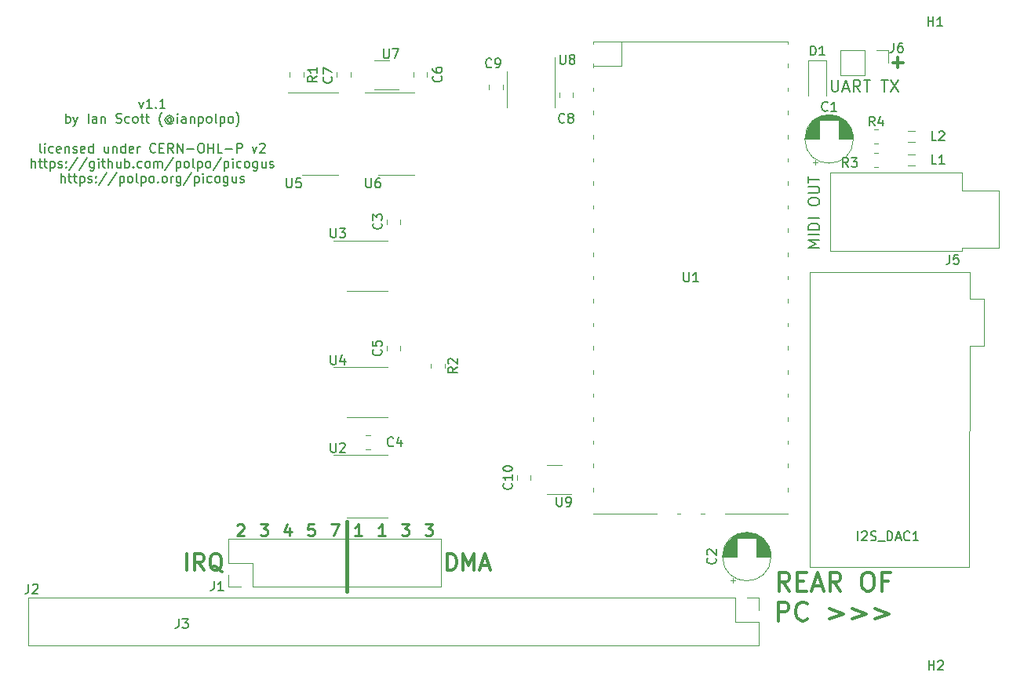
<source format=gbr>
G04 #@! TF.GenerationSoftware,KiCad,Pcbnew,(6.0.6-0)*
G04 #@! TF.CreationDate,2022-09-05T23:22:14-06:00*
G04 #@! TF.ProjectId,PicoGUS,5069636f-4755-4532-9e6b-696361645f70,rev?*
G04 #@! TF.SameCoordinates,Original*
G04 #@! TF.FileFunction,Legend,Top*
G04 #@! TF.FilePolarity,Positive*
%FSLAX46Y46*%
G04 Gerber Fmt 4.6, Leading zero omitted, Abs format (unit mm)*
G04 Created by KiCad (PCBNEW (6.0.6-0)) date 2022-09-05 23:22:14*
%MOMM*%
%LPD*%
G01*
G04 APERTURE LIST*
%ADD10C,0.400000*%
%ADD11C,0.250000*%
%ADD12C,0.300000*%
%ADD13C,0.200000*%
%ADD14C,0.150000*%
%ADD15C,0.330000*%
%ADD16C,0.120000*%
G04 APERTURE END LIST*
D10*
X152082500Y-113982500D02*
X152082500Y-121482500D01*
D11*
X153709642Y-115500476D02*
X152995357Y-115500476D01*
X153352500Y-115500476D02*
X153352500Y-114250476D01*
X153233452Y-114429047D01*
X153114404Y-114548095D01*
X152995357Y-114607619D01*
X140295357Y-114369523D02*
X140354880Y-114310000D01*
X140473928Y-114250476D01*
X140771547Y-114250476D01*
X140890595Y-114310000D01*
X140950119Y-114369523D01*
X141009642Y-114488571D01*
X141009642Y-114607619D01*
X140950119Y-114786190D01*
X140235833Y-115500476D01*
X141009642Y-115500476D01*
D12*
X134870000Y-119224166D02*
X134870000Y-117474166D01*
X136703333Y-119224166D02*
X136120000Y-118390833D01*
X135703333Y-119224166D02*
X135703333Y-117474166D01*
X136370000Y-117474166D01*
X136536666Y-117557500D01*
X136620000Y-117640833D01*
X136703333Y-117807500D01*
X136703333Y-118057500D01*
X136620000Y-118224166D01*
X136536666Y-118307500D01*
X136370000Y-118390833D01*
X135703333Y-118390833D01*
X138620000Y-119390833D02*
X138453333Y-119307500D01*
X138286666Y-119140833D01*
X138036666Y-118890833D01*
X137870000Y-118807500D01*
X137703333Y-118807500D01*
X137786666Y-119224166D02*
X137620000Y-119140833D01*
X137453333Y-118974166D01*
X137370000Y-118640833D01*
X137370000Y-118057500D01*
X137453333Y-117724166D01*
X137620000Y-117557500D01*
X137786666Y-117474166D01*
X138120000Y-117474166D01*
X138286666Y-117557500D01*
X138453333Y-117724166D01*
X138536666Y-118057500D01*
X138536666Y-118640833D01*
X138453333Y-118974166D01*
X138286666Y-119140833D01*
X138120000Y-119224166D01*
X137786666Y-119224166D01*
D11*
X148570119Y-114250476D02*
X147974880Y-114250476D01*
X147915357Y-114845714D01*
X147974880Y-114786190D01*
X148093928Y-114726666D01*
X148391547Y-114726666D01*
X148510595Y-114786190D01*
X148570119Y-114845714D01*
X148629642Y-114964761D01*
X148629642Y-115262380D01*
X148570119Y-115381428D01*
X148510595Y-115440952D01*
X148391547Y-115500476D01*
X148093928Y-115500476D01*
X147974880Y-115440952D01*
X147915357Y-115381428D01*
X160555833Y-114250476D02*
X161329642Y-114250476D01*
X160912976Y-114726666D01*
X161091547Y-114726666D01*
X161210595Y-114786190D01*
X161270119Y-114845714D01*
X161329642Y-114964761D01*
X161329642Y-115262380D01*
X161270119Y-115381428D01*
X161210595Y-115440952D01*
X161091547Y-115500476D01*
X160734404Y-115500476D01*
X160615357Y-115440952D01*
X160555833Y-115381428D01*
X156249642Y-115500476D02*
X155535357Y-115500476D01*
X155892500Y-115500476D02*
X155892500Y-114250476D01*
X155773452Y-114429047D01*
X155654404Y-114548095D01*
X155535357Y-114607619D01*
D12*
X162924166Y-119224166D02*
X162924166Y-117474166D01*
X163340833Y-117474166D01*
X163590833Y-117557500D01*
X163757500Y-117724166D01*
X163840833Y-117890833D01*
X163924166Y-118224166D01*
X163924166Y-118474166D01*
X163840833Y-118807500D01*
X163757500Y-118974166D01*
X163590833Y-119140833D01*
X163340833Y-119224166D01*
X162924166Y-119224166D01*
X164674166Y-119224166D02*
X164674166Y-117474166D01*
X165257500Y-118724166D01*
X165840833Y-117474166D01*
X165840833Y-119224166D01*
X166590833Y-118724166D02*
X167424166Y-118724166D01*
X166424166Y-119224166D02*
X167007500Y-117474166D01*
X167590833Y-119224166D01*
D13*
X204420833Y-66307976D02*
X204420833Y-67319880D01*
X204480357Y-67438928D01*
X204539880Y-67498452D01*
X204658928Y-67557976D01*
X204897023Y-67557976D01*
X205016071Y-67498452D01*
X205075595Y-67438928D01*
X205135119Y-67319880D01*
X205135119Y-66307976D01*
X205670833Y-67200833D02*
X206266071Y-67200833D01*
X205551785Y-67557976D02*
X205968452Y-66307976D01*
X206385119Y-67557976D01*
X207516071Y-67557976D02*
X207099404Y-66962738D01*
X206801785Y-67557976D02*
X206801785Y-66307976D01*
X207277976Y-66307976D01*
X207397023Y-66367500D01*
X207456547Y-66427023D01*
X207516071Y-66546071D01*
X207516071Y-66724642D01*
X207456547Y-66843690D01*
X207397023Y-66903214D01*
X207277976Y-66962738D01*
X206801785Y-66962738D01*
X207873214Y-66307976D02*
X208587500Y-66307976D01*
X208230357Y-67557976D02*
X208230357Y-66307976D01*
X209777976Y-66307976D02*
X210492261Y-66307976D01*
X210135119Y-67557976D02*
X210135119Y-66307976D01*
X210789880Y-66307976D02*
X211623214Y-67557976D01*
X211623214Y-66307976D02*
X210789880Y-67557976D01*
D12*
X211010571Y-64407142D02*
X212153428Y-64407142D01*
X211582000Y-64978571D02*
X211582000Y-63835714D01*
D11*
X145970595Y-114667142D02*
X145970595Y-115500476D01*
X145672976Y-114190952D02*
X145375357Y-115083809D01*
X146149166Y-115083809D01*
X142775833Y-114250476D02*
X143549642Y-114250476D01*
X143132976Y-114726666D01*
X143311547Y-114726666D01*
X143430595Y-114786190D01*
X143490119Y-114845714D01*
X143549642Y-114964761D01*
X143549642Y-115262380D01*
X143490119Y-115381428D01*
X143430595Y-115440952D01*
X143311547Y-115500476D01*
X142954404Y-115500476D01*
X142835357Y-115440952D01*
X142775833Y-115381428D01*
X150395833Y-114250476D02*
X151229166Y-114250476D01*
X150693452Y-115500476D01*
D14*
X129698928Y-68658714D02*
X129937023Y-69325380D01*
X130175119Y-68658714D01*
X131079880Y-69325380D02*
X130508452Y-69325380D01*
X130794166Y-69325380D02*
X130794166Y-68325380D01*
X130698928Y-68468238D01*
X130603690Y-68563476D01*
X130508452Y-68611095D01*
X131508452Y-69230142D02*
X131556071Y-69277761D01*
X131508452Y-69325380D01*
X131460833Y-69277761D01*
X131508452Y-69230142D01*
X131508452Y-69325380D01*
X132508452Y-69325380D02*
X131937023Y-69325380D01*
X132222738Y-69325380D02*
X132222738Y-68325380D01*
X132127500Y-68468238D01*
X132032261Y-68563476D01*
X131937023Y-68611095D01*
X121794166Y-70935380D02*
X121794166Y-69935380D01*
X121794166Y-70316333D02*
X121889404Y-70268714D01*
X122079880Y-70268714D01*
X122175119Y-70316333D01*
X122222738Y-70363952D01*
X122270357Y-70459190D01*
X122270357Y-70744904D01*
X122222738Y-70840142D01*
X122175119Y-70887761D01*
X122079880Y-70935380D01*
X121889404Y-70935380D01*
X121794166Y-70887761D01*
X122603690Y-70268714D02*
X122841785Y-70935380D01*
X123079880Y-70268714D02*
X122841785Y-70935380D01*
X122746547Y-71173476D01*
X122698928Y-71221095D01*
X122603690Y-71268714D01*
X124222738Y-70935380D02*
X124222738Y-69935380D01*
X125127500Y-70935380D02*
X125127500Y-70411571D01*
X125079880Y-70316333D01*
X124984642Y-70268714D01*
X124794166Y-70268714D01*
X124698928Y-70316333D01*
X125127500Y-70887761D02*
X125032261Y-70935380D01*
X124794166Y-70935380D01*
X124698928Y-70887761D01*
X124651309Y-70792523D01*
X124651309Y-70697285D01*
X124698928Y-70602047D01*
X124794166Y-70554428D01*
X125032261Y-70554428D01*
X125127500Y-70506809D01*
X125603690Y-70268714D02*
X125603690Y-70935380D01*
X125603690Y-70363952D02*
X125651309Y-70316333D01*
X125746547Y-70268714D01*
X125889404Y-70268714D01*
X125984642Y-70316333D01*
X126032261Y-70411571D01*
X126032261Y-70935380D01*
X127222738Y-70887761D02*
X127365595Y-70935380D01*
X127603690Y-70935380D01*
X127698928Y-70887761D01*
X127746547Y-70840142D01*
X127794166Y-70744904D01*
X127794166Y-70649666D01*
X127746547Y-70554428D01*
X127698928Y-70506809D01*
X127603690Y-70459190D01*
X127413214Y-70411571D01*
X127317976Y-70363952D01*
X127270357Y-70316333D01*
X127222738Y-70221095D01*
X127222738Y-70125857D01*
X127270357Y-70030619D01*
X127317976Y-69983000D01*
X127413214Y-69935380D01*
X127651309Y-69935380D01*
X127794166Y-69983000D01*
X128651309Y-70887761D02*
X128556071Y-70935380D01*
X128365595Y-70935380D01*
X128270357Y-70887761D01*
X128222738Y-70840142D01*
X128175119Y-70744904D01*
X128175119Y-70459190D01*
X128222738Y-70363952D01*
X128270357Y-70316333D01*
X128365595Y-70268714D01*
X128556071Y-70268714D01*
X128651309Y-70316333D01*
X129222738Y-70935380D02*
X129127500Y-70887761D01*
X129079880Y-70840142D01*
X129032261Y-70744904D01*
X129032261Y-70459190D01*
X129079880Y-70363952D01*
X129127500Y-70316333D01*
X129222738Y-70268714D01*
X129365595Y-70268714D01*
X129460833Y-70316333D01*
X129508452Y-70363952D01*
X129556071Y-70459190D01*
X129556071Y-70744904D01*
X129508452Y-70840142D01*
X129460833Y-70887761D01*
X129365595Y-70935380D01*
X129222738Y-70935380D01*
X129841785Y-70268714D02*
X130222738Y-70268714D01*
X129984642Y-69935380D02*
X129984642Y-70792523D01*
X130032261Y-70887761D01*
X130127500Y-70935380D01*
X130222738Y-70935380D01*
X130413214Y-70268714D02*
X130794166Y-70268714D01*
X130556071Y-69935380D02*
X130556071Y-70792523D01*
X130603690Y-70887761D01*
X130698928Y-70935380D01*
X130794166Y-70935380D01*
X132175119Y-71316333D02*
X132127500Y-71268714D01*
X132032261Y-71125857D01*
X131984642Y-71030619D01*
X131937023Y-70887761D01*
X131889404Y-70649666D01*
X131889404Y-70459190D01*
X131937023Y-70221095D01*
X131984642Y-70078238D01*
X132032261Y-69983000D01*
X132127500Y-69840142D01*
X132175119Y-69792523D01*
X133175119Y-70459190D02*
X133127500Y-70411571D01*
X133032261Y-70363952D01*
X132937023Y-70363952D01*
X132841785Y-70411571D01*
X132794166Y-70459190D01*
X132746547Y-70554428D01*
X132746547Y-70649666D01*
X132794166Y-70744904D01*
X132841785Y-70792523D01*
X132937023Y-70840142D01*
X133032261Y-70840142D01*
X133127500Y-70792523D01*
X133175119Y-70744904D01*
X133175119Y-70363952D02*
X133175119Y-70744904D01*
X133222738Y-70792523D01*
X133270357Y-70792523D01*
X133365595Y-70744904D01*
X133413214Y-70649666D01*
X133413214Y-70411571D01*
X133317976Y-70268714D01*
X133175119Y-70173476D01*
X132984642Y-70125857D01*
X132794166Y-70173476D01*
X132651309Y-70268714D01*
X132556071Y-70411571D01*
X132508452Y-70602047D01*
X132556071Y-70792523D01*
X132651309Y-70935380D01*
X132794166Y-71030619D01*
X132984642Y-71078238D01*
X133175119Y-71030619D01*
X133317976Y-70935380D01*
X133841785Y-70935380D02*
X133841785Y-70268714D01*
X133841785Y-69935380D02*
X133794166Y-69983000D01*
X133841785Y-70030619D01*
X133889404Y-69983000D01*
X133841785Y-69935380D01*
X133841785Y-70030619D01*
X134746547Y-70935380D02*
X134746547Y-70411571D01*
X134698928Y-70316333D01*
X134603690Y-70268714D01*
X134413214Y-70268714D01*
X134317976Y-70316333D01*
X134746547Y-70887761D02*
X134651309Y-70935380D01*
X134413214Y-70935380D01*
X134317976Y-70887761D01*
X134270357Y-70792523D01*
X134270357Y-70697285D01*
X134317976Y-70602047D01*
X134413214Y-70554428D01*
X134651309Y-70554428D01*
X134746547Y-70506809D01*
X135222738Y-70268714D02*
X135222738Y-70935380D01*
X135222738Y-70363952D02*
X135270357Y-70316333D01*
X135365595Y-70268714D01*
X135508452Y-70268714D01*
X135603690Y-70316333D01*
X135651309Y-70411571D01*
X135651309Y-70935380D01*
X136127500Y-70268714D02*
X136127500Y-71268714D01*
X136127500Y-70316333D02*
X136222738Y-70268714D01*
X136413214Y-70268714D01*
X136508452Y-70316333D01*
X136556071Y-70363952D01*
X136603690Y-70459190D01*
X136603690Y-70744904D01*
X136556071Y-70840142D01*
X136508452Y-70887761D01*
X136413214Y-70935380D01*
X136222738Y-70935380D01*
X136127500Y-70887761D01*
X137175119Y-70935380D02*
X137079880Y-70887761D01*
X137032261Y-70840142D01*
X136984642Y-70744904D01*
X136984642Y-70459190D01*
X137032261Y-70363952D01*
X137079880Y-70316333D01*
X137175119Y-70268714D01*
X137317976Y-70268714D01*
X137413214Y-70316333D01*
X137460833Y-70363952D01*
X137508452Y-70459190D01*
X137508452Y-70744904D01*
X137460833Y-70840142D01*
X137413214Y-70887761D01*
X137317976Y-70935380D01*
X137175119Y-70935380D01*
X138079880Y-70935380D02*
X137984642Y-70887761D01*
X137937023Y-70792523D01*
X137937023Y-69935380D01*
X138460833Y-70268714D02*
X138460833Y-71268714D01*
X138460833Y-70316333D02*
X138556071Y-70268714D01*
X138746547Y-70268714D01*
X138841785Y-70316333D01*
X138889404Y-70363952D01*
X138937023Y-70459190D01*
X138937023Y-70744904D01*
X138889404Y-70840142D01*
X138841785Y-70887761D01*
X138746547Y-70935380D01*
X138556071Y-70935380D01*
X138460833Y-70887761D01*
X139508452Y-70935380D02*
X139413214Y-70887761D01*
X139365595Y-70840142D01*
X139317976Y-70744904D01*
X139317976Y-70459190D01*
X139365595Y-70363952D01*
X139413214Y-70316333D01*
X139508452Y-70268714D01*
X139651309Y-70268714D01*
X139746547Y-70316333D01*
X139794166Y-70363952D01*
X139841785Y-70459190D01*
X139841785Y-70744904D01*
X139794166Y-70840142D01*
X139746547Y-70887761D01*
X139651309Y-70935380D01*
X139508452Y-70935380D01*
X140175119Y-71316333D02*
X140222738Y-71268714D01*
X140317976Y-71125857D01*
X140365595Y-71030619D01*
X140413214Y-70887761D01*
X140460833Y-70649666D01*
X140460833Y-70459190D01*
X140413214Y-70221095D01*
X140365595Y-70078238D01*
X140317976Y-69983000D01*
X140222738Y-69840142D01*
X140175119Y-69792523D01*
X119151309Y-74155380D02*
X119056071Y-74107761D01*
X119008452Y-74012523D01*
X119008452Y-73155380D01*
X119532261Y-74155380D02*
X119532261Y-73488714D01*
X119532261Y-73155380D02*
X119484642Y-73203000D01*
X119532261Y-73250619D01*
X119579880Y-73203000D01*
X119532261Y-73155380D01*
X119532261Y-73250619D01*
X120437023Y-74107761D02*
X120341785Y-74155380D01*
X120151309Y-74155380D01*
X120056071Y-74107761D01*
X120008452Y-74060142D01*
X119960833Y-73964904D01*
X119960833Y-73679190D01*
X120008452Y-73583952D01*
X120056071Y-73536333D01*
X120151309Y-73488714D01*
X120341785Y-73488714D01*
X120437023Y-73536333D01*
X121246547Y-74107761D02*
X121151309Y-74155380D01*
X120960833Y-74155380D01*
X120865595Y-74107761D01*
X120817976Y-74012523D01*
X120817976Y-73631571D01*
X120865595Y-73536333D01*
X120960833Y-73488714D01*
X121151309Y-73488714D01*
X121246547Y-73536333D01*
X121294166Y-73631571D01*
X121294166Y-73726809D01*
X120817976Y-73822047D01*
X121722738Y-73488714D02*
X121722738Y-74155380D01*
X121722738Y-73583952D02*
X121770357Y-73536333D01*
X121865595Y-73488714D01*
X122008452Y-73488714D01*
X122103690Y-73536333D01*
X122151309Y-73631571D01*
X122151309Y-74155380D01*
X122579880Y-74107761D02*
X122675119Y-74155380D01*
X122865595Y-74155380D01*
X122960833Y-74107761D01*
X123008452Y-74012523D01*
X123008452Y-73964904D01*
X122960833Y-73869666D01*
X122865595Y-73822047D01*
X122722738Y-73822047D01*
X122627499Y-73774428D01*
X122579880Y-73679190D01*
X122579880Y-73631571D01*
X122627499Y-73536333D01*
X122722738Y-73488714D01*
X122865595Y-73488714D01*
X122960833Y-73536333D01*
X123817976Y-74107761D02*
X123722738Y-74155380D01*
X123532261Y-74155380D01*
X123437023Y-74107761D01*
X123389404Y-74012523D01*
X123389404Y-73631571D01*
X123437023Y-73536333D01*
X123532261Y-73488714D01*
X123722738Y-73488714D01*
X123817976Y-73536333D01*
X123865595Y-73631571D01*
X123865595Y-73726809D01*
X123389404Y-73822047D01*
X124722738Y-74155380D02*
X124722738Y-73155380D01*
X124722738Y-74107761D02*
X124627499Y-74155380D01*
X124437023Y-74155380D01*
X124341785Y-74107761D01*
X124294166Y-74060142D01*
X124246547Y-73964904D01*
X124246547Y-73679190D01*
X124294166Y-73583952D01*
X124341785Y-73536333D01*
X124437023Y-73488714D01*
X124627499Y-73488714D01*
X124722738Y-73536333D01*
X126389404Y-73488714D02*
X126389404Y-74155380D01*
X125960833Y-73488714D02*
X125960833Y-74012523D01*
X126008452Y-74107761D01*
X126103690Y-74155380D01*
X126246547Y-74155380D01*
X126341785Y-74107761D01*
X126389404Y-74060142D01*
X126865595Y-73488714D02*
X126865595Y-74155380D01*
X126865595Y-73583952D02*
X126913214Y-73536333D01*
X127008452Y-73488714D01*
X127151309Y-73488714D01*
X127246547Y-73536333D01*
X127294166Y-73631571D01*
X127294166Y-74155380D01*
X128198928Y-74155380D02*
X128198928Y-73155380D01*
X128198928Y-74107761D02*
X128103690Y-74155380D01*
X127913214Y-74155380D01*
X127817976Y-74107761D01*
X127770357Y-74060142D01*
X127722738Y-73964904D01*
X127722738Y-73679190D01*
X127770357Y-73583952D01*
X127817976Y-73536333D01*
X127913214Y-73488714D01*
X128103690Y-73488714D01*
X128198928Y-73536333D01*
X129056071Y-74107761D02*
X128960833Y-74155380D01*
X128770357Y-74155380D01*
X128675119Y-74107761D01*
X128627499Y-74012523D01*
X128627499Y-73631571D01*
X128675119Y-73536333D01*
X128770357Y-73488714D01*
X128960833Y-73488714D01*
X129056071Y-73536333D01*
X129103690Y-73631571D01*
X129103690Y-73726809D01*
X128627499Y-73822047D01*
X129532261Y-74155380D02*
X129532261Y-73488714D01*
X129532261Y-73679190D02*
X129579880Y-73583952D01*
X129627499Y-73536333D01*
X129722738Y-73488714D01*
X129817976Y-73488714D01*
X131484642Y-74060142D02*
X131437023Y-74107761D01*
X131294166Y-74155380D01*
X131198928Y-74155380D01*
X131056071Y-74107761D01*
X130960833Y-74012523D01*
X130913214Y-73917285D01*
X130865595Y-73726809D01*
X130865595Y-73583952D01*
X130913214Y-73393476D01*
X130960833Y-73298238D01*
X131056071Y-73203000D01*
X131198928Y-73155380D01*
X131294166Y-73155380D01*
X131437023Y-73203000D01*
X131484642Y-73250619D01*
X131913214Y-73631571D02*
X132246547Y-73631571D01*
X132389404Y-74155380D02*
X131913214Y-74155380D01*
X131913214Y-73155380D01*
X132389404Y-73155380D01*
X133389404Y-74155380D02*
X133056071Y-73679190D01*
X132817976Y-74155380D02*
X132817976Y-73155380D01*
X133198928Y-73155380D01*
X133294166Y-73203000D01*
X133341785Y-73250619D01*
X133389404Y-73345857D01*
X133389404Y-73488714D01*
X133341785Y-73583952D01*
X133294166Y-73631571D01*
X133198928Y-73679190D01*
X132817976Y-73679190D01*
X133817976Y-74155380D02*
X133817976Y-73155380D01*
X134389404Y-74155380D01*
X134389404Y-73155380D01*
X134865595Y-73774428D02*
X135627500Y-73774428D01*
X136294166Y-73155380D02*
X136484642Y-73155380D01*
X136579880Y-73203000D01*
X136675119Y-73298238D01*
X136722738Y-73488714D01*
X136722738Y-73822047D01*
X136675119Y-74012523D01*
X136579880Y-74107761D01*
X136484642Y-74155380D01*
X136294166Y-74155380D01*
X136198928Y-74107761D01*
X136103690Y-74012523D01*
X136056071Y-73822047D01*
X136056071Y-73488714D01*
X136103690Y-73298238D01*
X136198928Y-73203000D01*
X136294166Y-73155380D01*
X137151309Y-74155380D02*
X137151309Y-73155380D01*
X137151309Y-73631571D02*
X137722738Y-73631571D01*
X137722738Y-74155380D02*
X137722738Y-73155380D01*
X138675119Y-74155380D02*
X138198928Y-74155380D01*
X138198928Y-73155380D01*
X139008452Y-73774428D02*
X139770357Y-73774428D01*
X140246547Y-74155380D02*
X140246547Y-73155380D01*
X140627500Y-73155380D01*
X140722738Y-73203000D01*
X140770357Y-73250619D01*
X140817976Y-73345857D01*
X140817976Y-73488714D01*
X140770357Y-73583952D01*
X140722738Y-73631571D01*
X140627500Y-73679190D01*
X140246547Y-73679190D01*
X141913214Y-73488714D02*
X142151309Y-74155380D01*
X142389404Y-73488714D01*
X142722738Y-73250619D02*
X142770357Y-73203000D01*
X142865595Y-73155380D01*
X143103690Y-73155380D01*
X143198928Y-73203000D01*
X143246547Y-73250619D01*
X143294166Y-73345857D01*
X143294166Y-73441095D01*
X143246547Y-73583952D01*
X142675119Y-74155380D01*
X143294166Y-74155380D01*
X118079880Y-75765380D02*
X118079880Y-74765380D01*
X118508452Y-75765380D02*
X118508452Y-75241571D01*
X118460833Y-75146333D01*
X118365595Y-75098714D01*
X118222738Y-75098714D01*
X118127500Y-75146333D01*
X118079880Y-75193952D01*
X118841785Y-75098714D02*
X119222738Y-75098714D01*
X118984642Y-74765380D02*
X118984642Y-75622523D01*
X119032261Y-75717761D01*
X119127500Y-75765380D01*
X119222738Y-75765380D01*
X119413214Y-75098714D02*
X119794166Y-75098714D01*
X119556071Y-74765380D02*
X119556071Y-75622523D01*
X119603690Y-75717761D01*
X119698928Y-75765380D01*
X119794166Y-75765380D01*
X120127500Y-75098714D02*
X120127500Y-76098714D01*
X120127500Y-75146333D02*
X120222738Y-75098714D01*
X120413214Y-75098714D01*
X120508452Y-75146333D01*
X120556071Y-75193952D01*
X120603690Y-75289190D01*
X120603690Y-75574904D01*
X120556071Y-75670142D01*
X120508452Y-75717761D01*
X120413214Y-75765380D01*
X120222738Y-75765380D01*
X120127500Y-75717761D01*
X120984642Y-75717761D02*
X121079880Y-75765380D01*
X121270357Y-75765380D01*
X121365595Y-75717761D01*
X121413214Y-75622523D01*
X121413214Y-75574904D01*
X121365595Y-75479666D01*
X121270357Y-75432047D01*
X121127500Y-75432047D01*
X121032261Y-75384428D01*
X120984642Y-75289190D01*
X120984642Y-75241571D01*
X121032261Y-75146333D01*
X121127500Y-75098714D01*
X121270357Y-75098714D01*
X121365595Y-75146333D01*
X121841785Y-75670142D02*
X121889404Y-75717761D01*
X121841785Y-75765380D01*
X121794166Y-75717761D01*
X121841785Y-75670142D01*
X121841785Y-75765380D01*
X121841785Y-75146333D02*
X121889404Y-75193952D01*
X121841785Y-75241571D01*
X121794166Y-75193952D01*
X121841785Y-75146333D01*
X121841785Y-75241571D01*
X123032261Y-74717761D02*
X122175119Y-76003476D01*
X124079880Y-74717761D02*
X123222738Y-76003476D01*
X124841785Y-75098714D02*
X124841785Y-75908238D01*
X124794166Y-76003476D01*
X124746547Y-76051095D01*
X124651309Y-76098714D01*
X124508452Y-76098714D01*
X124413214Y-76051095D01*
X124841785Y-75717761D02*
X124746547Y-75765380D01*
X124556071Y-75765380D01*
X124460833Y-75717761D01*
X124413214Y-75670142D01*
X124365595Y-75574904D01*
X124365595Y-75289190D01*
X124413214Y-75193952D01*
X124460833Y-75146333D01*
X124556071Y-75098714D01*
X124746547Y-75098714D01*
X124841785Y-75146333D01*
X125317976Y-75765380D02*
X125317976Y-75098714D01*
X125317976Y-74765380D02*
X125270357Y-74813000D01*
X125317976Y-74860619D01*
X125365595Y-74813000D01*
X125317976Y-74765380D01*
X125317976Y-74860619D01*
X125651309Y-75098714D02*
X126032261Y-75098714D01*
X125794166Y-74765380D02*
X125794166Y-75622523D01*
X125841785Y-75717761D01*
X125937023Y-75765380D01*
X126032261Y-75765380D01*
X126365595Y-75765380D02*
X126365595Y-74765380D01*
X126794166Y-75765380D02*
X126794166Y-75241571D01*
X126746547Y-75146333D01*
X126651309Y-75098714D01*
X126508452Y-75098714D01*
X126413214Y-75146333D01*
X126365595Y-75193952D01*
X127698928Y-75098714D02*
X127698928Y-75765380D01*
X127270357Y-75098714D02*
X127270357Y-75622523D01*
X127317976Y-75717761D01*
X127413214Y-75765380D01*
X127556071Y-75765380D01*
X127651309Y-75717761D01*
X127698928Y-75670142D01*
X128175119Y-75765380D02*
X128175119Y-74765380D01*
X128175119Y-75146333D02*
X128270357Y-75098714D01*
X128460833Y-75098714D01*
X128556071Y-75146333D01*
X128603690Y-75193952D01*
X128651309Y-75289190D01*
X128651309Y-75574904D01*
X128603690Y-75670142D01*
X128556071Y-75717761D01*
X128460833Y-75765380D01*
X128270357Y-75765380D01*
X128175119Y-75717761D01*
X129079880Y-75670142D02*
X129127500Y-75717761D01*
X129079880Y-75765380D01*
X129032261Y-75717761D01*
X129079880Y-75670142D01*
X129079880Y-75765380D01*
X129984642Y-75717761D02*
X129889404Y-75765380D01*
X129698928Y-75765380D01*
X129603690Y-75717761D01*
X129556071Y-75670142D01*
X129508452Y-75574904D01*
X129508452Y-75289190D01*
X129556071Y-75193952D01*
X129603690Y-75146333D01*
X129698928Y-75098714D01*
X129889404Y-75098714D01*
X129984642Y-75146333D01*
X130556071Y-75765380D02*
X130460833Y-75717761D01*
X130413214Y-75670142D01*
X130365595Y-75574904D01*
X130365595Y-75289190D01*
X130413214Y-75193952D01*
X130460833Y-75146333D01*
X130556071Y-75098714D01*
X130698928Y-75098714D01*
X130794166Y-75146333D01*
X130841785Y-75193952D01*
X130889404Y-75289190D01*
X130889404Y-75574904D01*
X130841785Y-75670142D01*
X130794166Y-75717761D01*
X130698928Y-75765380D01*
X130556071Y-75765380D01*
X131317976Y-75765380D02*
X131317976Y-75098714D01*
X131317976Y-75193952D02*
X131365595Y-75146333D01*
X131460833Y-75098714D01*
X131603690Y-75098714D01*
X131698928Y-75146333D01*
X131746547Y-75241571D01*
X131746547Y-75765380D01*
X131746547Y-75241571D02*
X131794166Y-75146333D01*
X131889404Y-75098714D01*
X132032261Y-75098714D01*
X132127500Y-75146333D01*
X132175119Y-75241571D01*
X132175119Y-75765380D01*
X133365595Y-74717761D02*
X132508452Y-76003476D01*
X133698928Y-75098714D02*
X133698928Y-76098714D01*
X133698928Y-75146333D02*
X133794166Y-75098714D01*
X133984642Y-75098714D01*
X134079880Y-75146333D01*
X134127500Y-75193952D01*
X134175119Y-75289190D01*
X134175119Y-75574904D01*
X134127500Y-75670142D01*
X134079880Y-75717761D01*
X133984642Y-75765380D01*
X133794166Y-75765380D01*
X133698928Y-75717761D01*
X134746547Y-75765380D02*
X134651309Y-75717761D01*
X134603690Y-75670142D01*
X134556071Y-75574904D01*
X134556071Y-75289190D01*
X134603690Y-75193952D01*
X134651309Y-75146333D01*
X134746547Y-75098714D01*
X134889404Y-75098714D01*
X134984642Y-75146333D01*
X135032261Y-75193952D01*
X135079880Y-75289190D01*
X135079880Y-75574904D01*
X135032261Y-75670142D01*
X134984642Y-75717761D01*
X134889404Y-75765380D01*
X134746547Y-75765380D01*
X135651309Y-75765380D02*
X135556071Y-75717761D01*
X135508452Y-75622523D01*
X135508452Y-74765380D01*
X136032261Y-75098714D02*
X136032261Y-76098714D01*
X136032261Y-75146333D02*
X136127500Y-75098714D01*
X136317976Y-75098714D01*
X136413214Y-75146333D01*
X136460833Y-75193952D01*
X136508452Y-75289190D01*
X136508452Y-75574904D01*
X136460833Y-75670142D01*
X136413214Y-75717761D01*
X136317976Y-75765380D01*
X136127500Y-75765380D01*
X136032261Y-75717761D01*
X137079880Y-75765380D02*
X136984642Y-75717761D01*
X136937023Y-75670142D01*
X136889404Y-75574904D01*
X136889404Y-75289190D01*
X136937023Y-75193952D01*
X136984642Y-75146333D01*
X137079880Y-75098714D01*
X137222738Y-75098714D01*
X137317976Y-75146333D01*
X137365595Y-75193952D01*
X137413214Y-75289190D01*
X137413214Y-75574904D01*
X137365595Y-75670142D01*
X137317976Y-75717761D01*
X137222738Y-75765380D01*
X137079880Y-75765380D01*
X138556071Y-74717761D02*
X137698928Y-76003476D01*
X138889404Y-75098714D02*
X138889404Y-76098714D01*
X138889404Y-75146333D02*
X138984642Y-75098714D01*
X139175119Y-75098714D01*
X139270357Y-75146333D01*
X139317976Y-75193952D01*
X139365595Y-75289190D01*
X139365595Y-75574904D01*
X139317976Y-75670142D01*
X139270357Y-75717761D01*
X139175119Y-75765380D01*
X138984642Y-75765380D01*
X138889404Y-75717761D01*
X139794166Y-75765380D02*
X139794166Y-75098714D01*
X139794166Y-74765380D02*
X139746547Y-74813000D01*
X139794166Y-74860619D01*
X139841785Y-74813000D01*
X139794166Y-74765380D01*
X139794166Y-74860619D01*
X140698928Y-75717761D02*
X140603690Y-75765380D01*
X140413214Y-75765380D01*
X140317976Y-75717761D01*
X140270357Y-75670142D01*
X140222738Y-75574904D01*
X140222738Y-75289190D01*
X140270357Y-75193952D01*
X140317976Y-75146333D01*
X140413214Y-75098714D01*
X140603690Y-75098714D01*
X140698928Y-75146333D01*
X141270357Y-75765380D02*
X141175119Y-75717761D01*
X141127500Y-75670142D01*
X141079880Y-75574904D01*
X141079880Y-75289190D01*
X141127500Y-75193952D01*
X141175119Y-75146333D01*
X141270357Y-75098714D01*
X141413214Y-75098714D01*
X141508452Y-75146333D01*
X141556071Y-75193952D01*
X141603690Y-75289190D01*
X141603690Y-75574904D01*
X141556071Y-75670142D01*
X141508452Y-75717761D01*
X141413214Y-75765380D01*
X141270357Y-75765380D01*
X142460833Y-75098714D02*
X142460833Y-75908238D01*
X142413214Y-76003476D01*
X142365595Y-76051095D01*
X142270357Y-76098714D01*
X142127500Y-76098714D01*
X142032261Y-76051095D01*
X142460833Y-75717761D02*
X142365595Y-75765380D01*
X142175119Y-75765380D01*
X142079880Y-75717761D01*
X142032261Y-75670142D01*
X141984642Y-75574904D01*
X141984642Y-75289190D01*
X142032261Y-75193952D01*
X142079880Y-75146333D01*
X142175119Y-75098714D01*
X142365595Y-75098714D01*
X142460833Y-75146333D01*
X143365595Y-75098714D02*
X143365595Y-75765380D01*
X142937023Y-75098714D02*
X142937023Y-75622523D01*
X142984642Y-75717761D01*
X143079880Y-75765380D01*
X143222738Y-75765380D01*
X143317976Y-75717761D01*
X143365595Y-75670142D01*
X143794166Y-75717761D02*
X143889404Y-75765380D01*
X144079880Y-75765380D01*
X144175119Y-75717761D01*
X144222738Y-75622523D01*
X144222738Y-75574904D01*
X144175119Y-75479666D01*
X144079880Y-75432047D01*
X143937023Y-75432047D01*
X143841785Y-75384428D01*
X143794166Y-75289190D01*
X143794166Y-75241571D01*
X143841785Y-75146333D01*
X143937023Y-75098714D01*
X144079880Y-75098714D01*
X144175119Y-75146333D01*
X121270357Y-77375380D02*
X121270357Y-76375380D01*
X121698928Y-77375380D02*
X121698928Y-76851571D01*
X121651309Y-76756333D01*
X121556071Y-76708714D01*
X121413214Y-76708714D01*
X121317976Y-76756333D01*
X121270357Y-76803952D01*
X122032261Y-76708714D02*
X122413214Y-76708714D01*
X122175119Y-76375380D02*
X122175119Y-77232523D01*
X122222738Y-77327761D01*
X122317976Y-77375380D01*
X122413214Y-77375380D01*
X122603690Y-76708714D02*
X122984642Y-76708714D01*
X122746547Y-76375380D02*
X122746547Y-77232523D01*
X122794166Y-77327761D01*
X122889404Y-77375380D01*
X122984642Y-77375380D01*
X123317976Y-76708714D02*
X123317976Y-77708714D01*
X123317976Y-76756333D02*
X123413214Y-76708714D01*
X123603690Y-76708714D01*
X123698928Y-76756333D01*
X123746547Y-76803952D01*
X123794166Y-76899190D01*
X123794166Y-77184904D01*
X123746547Y-77280142D01*
X123698928Y-77327761D01*
X123603690Y-77375380D01*
X123413214Y-77375380D01*
X123317976Y-77327761D01*
X124175119Y-77327761D02*
X124270357Y-77375380D01*
X124460833Y-77375380D01*
X124556071Y-77327761D01*
X124603690Y-77232523D01*
X124603690Y-77184904D01*
X124556071Y-77089666D01*
X124460833Y-77042047D01*
X124317976Y-77042047D01*
X124222738Y-76994428D01*
X124175119Y-76899190D01*
X124175119Y-76851571D01*
X124222738Y-76756333D01*
X124317976Y-76708714D01*
X124460833Y-76708714D01*
X124556071Y-76756333D01*
X125032261Y-77280142D02*
X125079880Y-77327761D01*
X125032261Y-77375380D01*
X124984642Y-77327761D01*
X125032261Y-77280142D01*
X125032261Y-77375380D01*
X125032261Y-76756333D02*
X125079880Y-76803952D01*
X125032261Y-76851571D01*
X124984642Y-76803952D01*
X125032261Y-76756333D01*
X125032261Y-76851571D01*
X126222738Y-76327761D02*
X125365595Y-77613476D01*
X127270357Y-76327761D02*
X126413214Y-77613476D01*
X127603690Y-76708714D02*
X127603690Y-77708714D01*
X127603690Y-76756333D02*
X127698928Y-76708714D01*
X127889404Y-76708714D01*
X127984642Y-76756333D01*
X128032261Y-76803952D01*
X128079880Y-76899190D01*
X128079880Y-77184904D01*
X128032261Y-77280142D01*
X127984642Y-77327761D01*
X127889404Y-77375380D01*
X127698928Y-77375380D01*
X127603690Y-77327761D01*
X128651309Y-77375380D02*
X128556071Y-77327761D01*
X128508452Y-77280142D01*
X128460833Y-77184904D01*
X128460833Y-76899190D01*
X128508452Y-76803952D01*
X128556071Y-76756333D01*
X128651309Y-76708714D01*
X128794166Y-76708714D01*
X128889404Y-76756333D01*
X128937023Y-76803952D01*
X128984642Y-76899190D01*
X128984642Y-77184904D01*
X128937023Y-77280142D01*
X128889404Y-77327761D01*
X128794166Y-77375380D01*
X128651309Y-77375380D01*
X129556071Y-77375380D02*
X129460833Y-77327761D01*
X129413214Y-77232523D01*
X129413214Y-76375380D01*
X129937023Y-76708714D02*
X129937023Y-77708714D01*
X129937023Y-76756333D02*
X130032261Y-76708714D01*
X130222738Y-76708714D01*
X130317976Y-76756333D01*
X130365595Y-76803952D01*
X130413214Y-76899190D01*
X130413214Y-77184904D01*
X130365595Y-77280142D01*
X130317976Y-77327761D01*
X130222738Y-77375380D01*
X130032261Y-77375380D01*
X129937023Y-77327761D01*
X130984642Y-77375380D02*
X130889404Y-77327761D01*
X130841785Y-77280142D01*
X130794166Y-77184904D01*
X130794166Y-76899190D01*
X130841785Y-76803952D01*
X130889404Y-76756333D01*
X130984642Y-76708714D01*
X131127500Y-76708714D01*
X131222738Y-76756333D01*
X131270357Y-76803952D01*
X131317976Y-76899190D01*
X131317976Y-77184904D01*
X131270357Y-77280142D01*
X131222738Y-77327761D01*
X131127500Y-77375380D01*
X130984642Y-77375380D01*
X131746547Y-77280142D02*
X131794166Y-77327761D01*
X131746547Y-77375380D01*
X131698928Y-77327761D01*
X131746547Y-77280142D01*
X131746547Y-77375380D01*
X132365595Y-77375380D02*
X132270357Y-77327761D01*
X132222738Y-77280142D01*
X132175119Y-77184904D01*
X132175119Y-76899190D01*
X132222738Y-76803952D01*
X132270357Y-76756333D01*
X132365595Y-76708714D01*
X132508452Y-76708714D01*
X132603690Y-76756333D01*
X132651309Y-76803952D01*
X132698928Y-76899190D01*
X132698928Y-77184904D01*
X132651309Y-77280142D01*
X132603690Y-77327761D01*
X132508452Y-77375380D01*
X132365595Y-77375380D01*
X133127500Y-77375380D02*
X133127500Y-76708714D01*
X133127500Y-76899190D02*
X133175119Y-76803952D01*
X133222738Y-76756333D01*
X133317976Y-76708714D01*
X133413214Y-76708714D01*
X134175119Y-76708714D02*
X134175119Y-77518238D01*
X134127500Y-77613476D01*
X134079880Y-77661095D01*
X133984642Y-77708714D01*
X133841785Y-77708714D01*
X133746547Y-77661095D01*
X134175119Y-77327761D02*
X134079880Y-77375380D01*
X133889404Y-77375380D01*
X133794166Y-77327761D01*
X133746547Y-77280142D01*
X133698928Y-77184904D01*
X133698928Y-76899190D01*
X133746547Y-76803952D01*
X133794166Y-76756333D01*
X133889404Y-76708714D01*
X134079880Y-76708714D01*
X134175119Y-76756333D01*
X135365595Y-76327761D02*
X134508452Y-77613476D01*
X135698928Y-76708714D02*
X135698928Y-77708714D01*
X135698928Y-76756333D02*
X135794166Y-76708714D01*
X135984642Y-76708714D01*
X136079880Y-76756333D01*
X136127500Y-76803952D01*
X136175119Y-76899190D01*
X136175119Y-77184904D01*
X136127500Y-77280142D01*
X136079880Y-77327761D01*
X135984642Y-77375380D01*
X135794166Y-77375380D01*
X135698928Y-77327761D01*
X136603690Y-77375380D02*
X136603690Y-76708714D01*
X136603690Y-76375380D02*
X136556071Y-76423000D01*
X136603690Y-76470619D01*
X136651309Y-76423000D01*
X136603690Y-76375380D01*
X136603690Y-76470619D01*
X137508452Y-77327761D02*
X137413214Y-77375380D01*
X137222738Y-77375380D01*
X137127500Y-77327761D01*
X137079880Y-77280142D01*
X137032261Y-77184904D01*
X137032261Y-76899190D01*
X137079880Y-76803952D01*
X137127500Y-76756333D01*
X137222738Y-76708714D01*
X137413214Y-76708714D01*
X137508452Y-76756333D01*
X138079880Y-77375380D02*
X137984642Y-77327761D01*
X137937023Y-77280142D01*
X137889404Y-77184904D01*
X137889404Y-76899190D01*
X137937023Y-76803952D01*
X137984642Y-76756333D01*
X138079880Y-76708714D01*
X138222738Y-76708714D01*
X138317976Y-76756333D01*
X138365595Y-76803952D01*
X138413214Y-76899190D01*
X138413214Y-77184904D01*
X138365595Y-77280142D01*
X138317976Y-77327761D01*
X138222738Y-77375380D01*
X138079880Y-77375380D01*
X139270357Y-76708714D02*
X139270357Y-77518238D01*
X139222738Y-77613476D01*
X139175119Y-77661095D01*
X139079880Y-77708714D01*
X138937023Y-77708714D01*
X138841785Y-77661095D01*
X139270357Y-77327761D02*
X139175119Y-77375380D01*
X138984642Y-77375380D01*
X138889404Y-77327761D01*
X138841785Y-77280142D01*
X138794166Y-77184904D01*
X138794166Y-76899190D01*
X138841785Y-76803952D01*
X138889404Y-76756333D01*
X138984642Y-76708714D01*
X139175119Y-76708714D01*
X139270357Y-76756333D01*
X140175119Y-76708714D02*
X140175119Y-77375380D01*
X139746547Y-76708714D02*
X139746547Y-77232523D01*
X139794166Y-77327761D01*
X139889404Y-77375380D01*
X140032261Y-77375380D01*
X140127500Y-77327761D01*
X140175119Y-77280142D01*
X140603690Y-77327761D02*
X140698928Y-77375380D01*
X140889404Y-77375380D01*
X140984642Y-77327761D01*
X141032261Y-77232523D01*
X141032261Y-77184904D01*
X140984642Y-77089666D01*
X140889404Y-77042047D01*
X140746547Y-77042047D01*
X140651309Y-76994428D01*
X140603690Y-76899190D01*
X140603690Y-76851571D01*
X140651309Y-76756333D01*
X140746547Y-76708714D01*
X140889404Y-76708714D01*
X140984642Y-76756333D01*
D15*
X199875404Y-121468761D02*
X199208738Y-120516380D01*
X198732547Y-121468761D02*
X198732547Y-119468761D01*
X199494452Y-119468761D01*
X199684928Y-119564000D01*
X199780166Y-119659238D01*
X199875404Y-119849714D01*
X199875404Y-120135428D01*
X199780166Y-120325904D01*
X199684928Y-120421142D01*
X199494452Y-120516380D01*
X198732547Y-120516380D01*
X200732547Y-120421142D02*
X201399214Y-120421142D01*
X201684928Y-121468761D02*
X200732547Y-121468761D01*
X200732547Y-119468761D01*
X201684928Y-119468761D01*
X202446833Y-120897333D02*
X203399214Y-120897333D01*
X202256357Y-121468761D02*
X202923023Y-119468761D01*
X203589690Y-121468761D01*
X205399214Y-121468761D02*
X204732547Y-120516380D01*
X204256357Y-121468761D02*
X204256357Y-119468761D01*
X205018261Y-119468761D01*
X205208738Y-119564000D01*
X205303976Y-119659238D01*
X205399214Y-119849714D01*
X205399214Y-120135428D01*
X205303976Y-120325904D01*
X205208738Y-120421142D01*
X205018261Y-120516380D01*
X204256357Y-120516380D01*
X208161119Y-119468761D02*
X208542071Y-119468761D01*
X208732547Y-119564000D01*
X208923023Y-119754476D01*
X209018261Y-120135428D01*
X209018261Y-120802095D01*
X208923023Y-121183047D01*
X208732547Y-121373523D01*
X208542071Y-121468761D01*
X208161119Y-121468761D01*
X207970642Y-121373523D01*
X207780166Y-121183047D01*
X207684928Y-120802095D01*
X207684928Y-120135428D01*
X207780166Y-119754476D01*
X207970642Y-119564000D01*
X208161119Y-119468761D01*
X210542071Y-120421142D02*
X209875404Y-120421142D01*
X209875404Y-121468761D02*
X209875404Y-119468761D01*
X210827785Y-119468761D01*
X198637309Y-124688761D02*
X198637309Y-122688761D01*
X199399214Y-122688761D01*
X199589690Y-122784000D01*
X199684928Y-122879238D01*
X199780166Y-123069714D01*
X199780166Y-123355428D01*
X199684928Y-123545904D01*
X199589690Y-123641142D01*
X199399214Y-123736380D01*
X198637309Y-123736380D01*
X201780166Y-124498285D02*
X201684928Y-124593523D01*
X201399214Y-124688761D01*
X201208738Y-124688761D01*
X200923023Y-124593523D01*
X200732547Y-124403047D01*
X200637309Y-124212571D01*
X200542071Y-123831619D01*
X200542071Y-123545904D01*
X200637309Y-123164952D01*
X200732547Y-122974476D01*
X200923023Y-122784000D01*
X201208738Y-122688761D01*
X201399214Y-122688761D01*
X201684928Y-122784000D01*
X201780166Y-122879238D01*
X204161119Y-123355428D02*
X205684928Y-123926857D01*
X204161119Y-124498285D01*
X206637309Y-123355428D02*
X208161119Y-123926857D01*
X206637309Y-124498285D01*
X209113500Y-123355428D02*
X210637309Y-123926857D01*
X209113500Y-124498285D01*
D13*
X203107857Y-84387857D02*
X201907857Y-84387857D01*
X202765000Y-83987857D01*
X201907857Y-83587857D01*
X203107857Y-83587857D01*
X203107857Y-83016428D02*
X201907857Y-83016428D01*
X203107857Y-82445000D02*
X201907857Y-82445000D01*
X201907857Y-82159285D01*
X201965000Y-81987857D01*
X202079285Y-81873571D01*
X202193571Y-81816428D01*
X202422142Y-81759285D01*
X202593571Y-81759285D01*
X202822142Y-81816428D01*
X202936428Y-81873571D01*
X203050714Y-81987857D01*
X203107857Y-82159285D01*
X203107857Y-82445000D01*
X203107857Y-81245000D02*
X201907857Y-81245000D01*
X201907857Y-79530714D02*
X201907857Y-79302142D01*
X201965000Y-79187857D01*
X202079285Y-79073571D01*
X202307857Y-79016428D01*
X202707857Y-79016428D01*
X202936428Y-79073571D01*
X203050714Y-79187857D01*
X203107857Y-79302142D01*
X203107857Y-79530714D01*
X203050714Y-79645000D01*
X202936428Y-79759285D01*
X202707857Y-79816428D01*
X202307857Y-79816428D01*
X202079285Y-79759285D01*
X201965000Y-79645000D01*
X201907857Y-79530714D01*
X201907857Y-78502142D02*
X202879285Y-78502142D01*
X202993571Y-78445000D01*
X203050714Y-78387857D01*
X203107857Y-78273571D01*
X203107857Y-78045000D01*
X203050714Y-77930714D01*
X202993571Y-77873571D01*
X202879285Y-77816428D01*
X201907857Y-77816428D01*
X201907857Y-77416428D02*
X201907857Y-76730714D01*
X203107857Y-77073571D02*
X201907857Y-77073571D01*
D11*
X158015833Y-114250476D02*
X158789642Y-114250476D01*
X158372976Y-114726666D01*
X158551547Y-114726666D01*
X158670595Y-114786190D01*
X158730119Y-114845714D01*
X158789642Y-114964761D01*
X158789642Y-115262380D01*
X158730119Y-115381428D01*
X158670595Y-115440952D01*
X158551547Y-115500476D01*
X158194404Y-115500476D01*
X158075357Y-115440952D01*
X158015833Y-115381428D01*
D14*
X133969166Y-124483880D02*
X133969166Y-125198166D01*
X133921547Y-125341023D01*
X133826309Y-125436261D01*
X133683452Y-125483880D01*
X133588214Y-125483880D01*
X134350119Y-124483880D02*
X134969166Y-124483880D01*
X134635833Y-124864833D01*
X134778690Y-124864833D01*
X134873928Y-124912452D01*
X134921547Y-124960071D01*
X134969166Y-125055309D01*
X134969166Y-125293404D01*
X134921547Y-125388642D01*
X134873928Y-125436261D01*
X134778690Y-125483880D01*
X134492976Y-125483880D01*
X134397738Y-125436261D01*
X134350119Y-125388642D01*
X167727333Y-64873142D02*
X167679714Y-64920761D01*
X167536857Y-64968380D01*
X167441619Y-64968380D01*
X167298761Y-64920761D01*
X167203523Y-64825523D01*
X167155904Y-64730285D01*
X167108285Y-64539809D01*
X167108285Y-64396952D01*
X167155904Y-64206476D01*
X167203523Y-64111238D01*
X167298761Y-64016000D01*
X167441619Y-63968380D01*
X167536857Y-63968380D01*
X167679714Y-64016000D01*
X167727333Y-64063619D01*
X168203523Y-64968380D02*
X168394000Y-64968380D01*
X168489238Y-64920761D01*
X168536857Y-64873142D01*
X168632095Y-64730285D01*
X168679714Y-64539809D01*
X168679714Y-64158857D01*
X168632095Y-64063619D01*
X168584476Y-64016000D01*
X168489238Y-63968380D01*
X168298761Y-63968380D01*
X168203523Y-64016000D01*
X168155904Y-64063619D01*
X168108285Y-64158857D01*
X168108285Y-64396952D01*
X168155904Y-64492190D01*
X168203523Y-64539809D01*
X168298761Y-64587428D01*
X168489238Y-64587428D01*
X168584476Y-64539809D01*
X168632095Y-64492190D01*
X168679714Y-64396952D01*
X206208333Y-75699880D02*
X205875000Y-75223690D01*
X205636904Y-75699880D02*
X205636904Y-74699880D01*
X206017857Y-74699880D01*
X206113095Y-74747500D01*
X206160714Y-74795119D01*
X206208333Y-74890357D01*
X206208333Y-75033214D01*
X206160714Y-75128452D01*
X206113095Y-75176071D01*
X206017857Y-75223690D01*
X205636904Y-75223690D01*
X206541666Y-74699880D02*
X207160714Y-74699880D01*
X206827380Y-75080833D01*
X206970238Y-75080833D01*
X207065476Y-75128452D01*
X207113095Y-75176071D01*
X207160714Y-75271309D01*
X207160714Y-75509404D01*
X207113095Y-75604642D01*
X207065476Y-75652261D01*
X206970238Y-75699880D01*
X206684523Y-75699880D01*
X206589285Y-75652261D01*
X206541666Y-75604642D01*
X150368095Y-82319880D02*
X150368095Y-83129404D01*
X150415714Y-83224642D01*
X150463333Y-83272261D01*
X150558571Y-83319880D01*
X150749047Y-83319880D01*
X150844285Y-83272261D01*
X150891904Y-83224642D01*
X150939523Y-83129404D01*
X150939523Y-82319880D01*
X151320476Y-82319880D02*
X151939523Y-82319880D01*
X151606190Y-82700833D01*
X151749047Y-82700833D01*
X151844285Y-82748452D01*
X151891904Y-82796071D01*
X151939523Y-82891309D01*
X151939523Y-83129404D01*
X151891904Y-83224642D01*
X151844285Y-83272261D01*
X151749047Y-83319880D01*
X151463333Y-83319880D01*
X151368095Y-83272261D01*
X151320476Y-83224642D01*
X211121666Y-62317380D02*
X211121666Y-63031666D01*
X211074047Y-63174523D01*
X210978809Y-63269761D01*
X210835952Y-63317380D01*
X210740714Y-63317380D01*
X212026428Y-62317380D02*
X211835952Y-62317380D01*
X211740714Y-62365000D01*
X211693095Y-62412619D01*
X211597857Y-62555476D01*
X211550238Y-62745952D01*
X211550238Y-63126904D01*
X211597857Y-63222142D01*
X211645476Y-63269761D01*
X211740714Y-63317380D01*
X211931190Y-63317380D01*
X212026428Y-63269761D01*
X212074047Y-63222142D01*
X212121666Y-63126904D01*
X212121666Y-62888809D01*
X212074047Y-62793571D01*
X212026428Y-62745952D01*
X211931190Y-62698333D01*
X211740714Y-62698333D01*
X211645476Y-62745952D01*
X211597857Y-62793571D01*
X211550238Y-62888809D01*
X154178095Y-76922380D02*
X154178095Y-77731904D01*
X154225714Y-77827142D01*
X154273333Y-77874761D01*
X154368571Y-77922380D01*
X154559047Y-77922380D01*
X154654285Y-77874761D01*
X154701904Y-77827142D01*
X154749523Y-77731904D01*
X154749523Y-76922380D01*
X155654285Y-76922380D02*
X155463809Y-76922380D01*
X155368571Y-76970000D01*
X155320952Y-77017619D01*
X155225714Y-77160476D01*
X155178095Y-77350952D01*
X155178095Y-77731904D01*
X155225714Y-77827142D01*
X155273333Y-77874761D01*
X155368571Y-77922380D01*
X155559047Y-77922380D01*
X155654285Y-77874761D01*
X155701904Y-77827142D01*
X155749523Y-77731904D01*
X155749523Y-77493809D01*
X155701904Y-77398571D01*
X155654285Y-77350952D01*
X155559047Y-77303333D01*
X155368571Y-77303333D01*
X155273333Y-77350952D01*
X155225714Y-77398571D01*
X155178095Y-77493809D01*
X175133095Y-63587380D02*
X175133095Y-64396904D01*
X175180714Y-64492142D01*
X175228333Y-64539761D01*
X175323571Y-64587380D01*
X175514047Y-64587380D01*
X175609285Y-64539761D01*
X175656904Y-64492142D01*
X175704523Y-64396904D01*
X175704523Y-63587380D01*
X176323571Y-64015952D02*
X176228333Y-63968333D01*
X176180714Y-63920714D01*
X176133095Y-63825476D01*
X176133095Y-63777857D01*
X176180714Y-63682619D01*
X176228333Y-63635000D01*
X176323571Y-63587380D01*
X176514047Y-63587380D01*
X176609285Y-63635000D01*
X176656904Y-63682619D01*
X176704523Y-63777857D01*
X176704523Y-63825476D01*
X176656904Y-63920714D01*
X176609285Y-63968333D01*
X176514047Y-64015952D01*
X176323571Y-64015952D01*
X176228333Y-64063571D01*
X176180714Y-64111190D01*
X176133095Y-64206428D01*
X176133095Y-64396904D01*
X176180714Y-64492142D01*
X176228333Y-64539761D01*
X176323571Y-64587380D01*
X176514047Y-64587380D01*
X176609285Y-64539761D01*
X176656904Y-64492142D01*
X176704523Y-64396904D01*
X176704523Y-64206428D01*
X176656904Y-64111190D01*
X176609285Y-64063571D01*
X176514047Y-64015952D01*
X155822142Y-81764166D02*
X155869761Y-81811785D01*
X155917380Y-81954642D01*
X155917380Y-82049880D01*
X155869761Y-82192738D01*
X155774523Y-82287976D01*
X155679285Y-82335595D01*
X155488809Y-82383214D01*
X155345952Y-82383214D01*
X155155476Y-82335595D01*
X155060238Y-82287976D01*
X154965000Y-82192738D01*
X154917380Y-82049880D01*
X154917380Y-81954642D01*
X154965000Y-81811785D01*
X155012619Y-81764166D01*
X154917380Y-81430833D02*
X154917380Y-80811785D01*
X155298333Y-81145119D01*
X155298333Y-81002261D01*
X155345952Y-80907023D01*
X155393571Y-80859404D01*
X155488809Y-80811785D01*
X155726904Y-80811785D01*
X155822142Y-80859404D01*
X155869761Y-80907023D01*
X155917380Y-81002261D01*
X155917380Y-81287976D01*
X155869761Y-81383214D01*
X155822142Y-81430833D01*
X191869642Y-117914279D02*
X191917261Y-117961898D01*
X191964880Y-118104755D01*
X191964880Y-118199993D01*
X191917261Y-118342851D01*
X191822023Y-118438089D01*
X191726785Y-118485708D01*
X191536309Y-118533327D01*
X191393452Y-118533327D01*
X191202976Y-118485708D01*
X191107738Y-118438089D01*
X191012500Y-118342851D01*
X190964880Y-118199993D01*
X190964880Y-118104755D01*
X191012500Y-117961898D01*
X191060119Y-117914279D01*
X191060119Y-117533327D02*
X191012500Y-117485708D01*
X190964880Y-117390470D01*
X190964880Y-117152374D01*
X191012500Y-117057136D01*
X191060119Y-117009517D01*
X191155357Y-116961898D01*
X191250595Y-116961898D01*
X191393452Y-117009517D01*
X191964880Y-117580946D01*
X191964880Y-116961898D01*
X169873142Y-109862857D02*
X169920761Y-109910476D01*
X169968380Y-110053333D01*
X169968380Y-110148571D01*
X169920761Y-110291428D01*
X169825523Y-110386666D01*
X169730285Y-110434285D01*
X169539809Y-110481904D01*
X169396952Y-110481904D01*
X169206476Y-110434285D01*
X169111238Y-110386666D01*
X169016000Y-110291428D01*
X168968380Y-110148571D01*
X168968380Y-110053333D01*
X169016000Y-109910476D01*
X169063619Y-109862857D01*
X169968380Y-108910476D02*
X169968380Y-109481904D01*
X169968380Y-109196190D02*
X168968380Y-109196190D01*
X169111238Y-109291428D01*
X169206476Y-109386666D01*
X169254095Y-109481904D01*
X168968380Y-108291428D02*
X168968380Y-108196190D01*
X169016000Y-108100952D01*
X169063619Y-108053333D01*
X169158857Y-108005714D01*
X169349333Y-107958095D01*
X169587428Y-107958095D01*
X169777904Y-108005714D01*
X169873142Y-108053333D01*
X169920761Y-108100952D01*
X169968380Y-108196190D01*
X169968380Y-108291428D01*
X169920761Y-108386666D01*
X169873142Y-108434285D01*
X169777904Y-108481904D01*
X169587428Y-108529523D01*
X169349333Y-108529523D01*
X169158857Y-108481904D01*
X169063619Y-108434285D01*
X169016000Y-108386666D01*
X168968380Y-108291428D01*
X217154166Y-85177380D02*
X217154166Y-85891666D01*
X217106547Y-86034523D01*
X217011309Y-86129761D01*
X216868452Y-86177380D01*
X216773214Y-86177380D01*
X218106547Y-85177380D02*
X217630357Y-85177380D01*
X217582738Y-85653571D01*
X217630357Y-85605952D01*
X217725595Y-85558333D01*
X217963690Y-85558333D01*
X218058928Y-85605952D01*
X218106547Y-85653571D01*
X218154166Y-85748809D01*
X218154166Y-85986904D01*
X218106547Y-86082142D01*
X218058928Y-86129761D01*
X217963690Y-86177380D01*
X217725595Y-86177380D01*
X217630357Y-86129761D01*
X217582738Y-86082142D01*
X150442142Y-65989166D02*
X150489761Y-66036785D01*
X150537380Y-66179642D01*
X150537380Y-66274880D01*
X150489761Y-66417738D01*
X150394523Y-66512976D01*
X150299285Y-66560595D01*
X150108809Y-66608214D01*
X149965952Y-66608214D01*
X149775476Y-66560595D01*
X149680238Y-66512976D01*
X149585000Y-66417738D01*
X149537380Y-66274880D01*
X149537380Y-66179642D01*
X149585000Y-66036785D01*
X149632619Y-65989166D01*
X149537380Y-65655833D02*
X149537380Y-64989166D01*
X150537380Y-65417738D01*
X150368095Y-96014880D02*
X150368095Y-96824404D01*
X150415714Y-96919642D01*
X150463333Y-96967261D01*
X150558571Y-97014880D01*
X150749047Y-97014880D01*
X150844285Y-96967261D01*
X150891904Y-96919642D01*
X150939523Y-96824404D01*
X150939523Y-96014880D01*
X151844285Y-96348214D02*
X151844285Y-97014880D01*
X151606190Y-95967261D02*
X151368095Y-96681547D01*
X151987142Y-96681547D01*
X156083095Y-62952380D02*
X156083095Y-63761904D01*
X156130714Y-63857142D01*
X156178333Y-63904761D01*
X156273571Y-63952380D01*
X156464047Y-63952380D01*
X156559285Y-63904761D01*
X156606904Y-63857142D01*
X156654523Y-63761904D01*
X156654523Y-62952380D01*
X157035476Y-62952380D02*
X157702142Y-62952380D01*
X157273571Y-63952380D01*
X145605595Y-76922380D02*
X145605595Y-77731904D01*
X145653214Y-77827142D01*
X145700833Y-77874761D01*
X145796071Y-77922380D01*
X145986547Y-77922380D01*
X146081785Y-77874761D01*
X146129404Y-77827142D01*
X146177023Y-77731904D01*
X146177023Y-76922380D01*
X147129404Y-76922380D02*
X146653214Y-76922380D01*
X146605595Y-77398571D01*
X146653214Y-77350952D01*
X146748452Y-77303333D01*
X146986547Y-77303333D01*
X147081785Y-77350952D01*
X147129404Y-77398571D01*
X147177023Y-77493809D01*
X147177023Y-77731904D01*
X147129404Y-77827142D01*
X147081785Y-77874761D01*
X146986547Y-77922380D01*
X146748452Y-77922380D01*
X146653214Y-77874761D01*
X146605595Y-77827142D01*
X188468095Y-87082380D02*
X188468095Y-87891904D01*
X188515714Y-87987142D01*
X188563333Y-88034761D01*
X188658571Y-88082380D01*
X188849047Y-88082380D01*
X188944285Y-88034761D01*
X188991904Y-87987142D01*
X189039523Y-87891904D01*
X189039523Y-87082380D01*
X190039523Y-88082380D02*
X189468095Y-88082380D01*
X189753809Y-88082380D02*
X189753809Y-87082380D01*
X189658571Y-87225238D01*
X189563333Y-87320476D01*
X189468095Y-87368095D01*
X157122833Y-105767142D02*
X157075214Y-105814761D01*
X156932357Y-105862380D01*
X156837119Y-105862380D01*
X156694261Y-105814761D01*
X156599023Y-105719523D01*
X156551404Y-105624285D01*
X156503785Y-105433809D01*
X156503785Y-105290952D01*
X156551404Y-105100476D01*
X156599023Y-105005238D01*
X156694261Y-104910000D01*
X156837119Y-104862380D01*
X156932357Y-104862380D01*
X157075214Y-104910000D01*
X157122833Y-104957619D01*
X157979976Y-105195714D02*
X157979976Y-105862380D01*
X157741880Y-104814761D02*
X157503785Y-105529047D01*
X158122833Y-105529047D01*
X215733333Y-75382380D02*
X215257142Y-75382380D01*
X215257142Y-74382380D01*
X216590476Y-75382380D02*
X216019047Y-75382380D01*
X216304761Y-75382380D02*
X216304761Y-74382380D01*
X216209523Y-74525238D01*
X216114285Y-74620476D01*
X216019047Y-74668095D01*
X203985833Y-69572142D02*
X203938214Y-69619761D01*
X203795357Y-69667380D01*
X203700119Y-69667380D01*
X203557261Y-69619761D01*
X203462023Y-69524523D01*
X203414404Y-69429285D01*
X203366785Y-69238809D01*
X203366785Y-69095952D01*
X203414404Y-68905476D01*
X203462023Y-68810238D01*
X203557261Y-68715000D01*
X203700119Y-68667380D01*
X203795357Y-68667380D01*
X203938214Y-68715000D01*
X203985833Y-68762619D01*
X204938214Y-69667380D02*
X204366785Y-69667380D01*
X204652500Y-69667380D02*
X204652500Y-68667380D01*
X204557261Y-68810238D01*
X204462023Y-68905476D01*
X204366785Y-68953095D01*
X162282142Y-65889166D02*
X162329761Y-65936785D01*
X162377380Y-66079642D01*
X162377380Y-66174880D01*
X162329761Y-66317738D01*
X162234523Y-66412976D01*
X162139285Y-66460595D01*
X161948809Y-66508214D01*
X161805952Y-66508214D01*
X161615476Y-66460595D01*
X161520238Y-66412976D01*
X161425000Y-66317738D01*
X161377380Y-66174880D01*
X161377380Y-66079642D01*
X161425000Y-65936785D01*
X161472619Y-65889166D01*
X161377380Y-65032023D02*
X161377380Y-65222500D01*
X161425000Y-65317738D01*
X161472619Y-65365357D01*
X161615476Y-65460595D01*
X161805952Y-65508214D01*
X162186904Y-65508214D01*
X162282142Y-65460595D01*
X162329761Y-65412976D01*
X162377380Y-65317738D01*
X162377380Y-65127261D01*
X162329761Y-65032023D01*
X162282142Y-64984404D01*
X162186904Y-64936785D01*
X161948809Y-64936785D01*
X161853571Y-64984404D01*
X161805952Y-65032023D01*
X161758333Y-65127261D01*
X161758333Y-65317738D01*
X161805952Y-65412976D01*
X161853571Y-65460595D01*
X161948809Y-65508214D01*
X215733333Y-72842380D02*
X215257142Y-72842380D01*
X215257142Y-71842380D01*
X216019047Y-71937619D02*
X216066666Y-71890000D01*
X216161904Y-71842380D01*
X216400000Y-71842380D01*
X216495238Y-71890000D01*
X216542857Y-71937619D01*
X216590476Y-72032857D01*
X216590476Y-72128095D01*
X216542857Y-72270952D01*
X215971428Y-72842380D01*
X216590476Y-72842380D01*
X148892380Y-65889166D02*
X148416190Y-66222500D01*
X148892380Y-66460595D02*
X147892380Y-66460595D01*
X147892380Y-66079642D01*
X147940000Y-65984404D01*
X147987619Y-65936785D01*
X148082857Y-65889166D01*
X148225714Y-65889166D01*
X148320952Y-65936785D01*
X148368571Y-65984404D01*
X148416190Y-66079642D01*
X148416190Y-66460595D01*
X148892380Y-64936785D02*
X148892380Y-65508214D01*
X148892380Y-65222500D02*
X147892380Y-65222500D01*
X148035238Y-65317738D01*
X148130476Y-65412976D01*
X148178095Y-65508214D01*
X214896795Y-129992380D02*
X214896795Y-128992380D01*
X214896795Y-129468571D02*
X215468223Y-129468571D01*
X215468223Y-129992380D02*
X215468223Y-128992380D01*
X215896795Y-129087619D02*
X215944414Y-129040000D01*
X216039652Y-128992380D01*
X216277747Y-128992380D01*
X216372985Y-129040000D01*
X216420604Y-129087619D01*
X216468223Y-129182857D01*
X216468223Y-129278095D01*
X216420604Y-129420952D01*
X215849176Y-129992380D01*
X216468223Y-129992380D01*
X164027380Y-97321666D02*
X163551190Y-97655000D01*
X164027380Y-97893095D02*
X163027380Y-97893095D01*
X163027380Y-97512142D01*
X163075000Y-97416904D01*
X163122619Y-97369285D01*
X163217857Y-97321666D01*
X163360714Y-97321666D01*
X163455952Y-97369285D01*
X163503571Y-97416904D01*
X163551190Y-97512142D01*
X163551190Y-97893095D01*
X163122619Y-96940714D02*
X163075000Y-96893095D01*
X163027380Y-96797857D01*
X163027380Y-96559761D01*
X163075000Y-96464523D01*
X163122619Y-96416904D01*
X163217857Y-96369285D01*
X163313095Y-96369285D01*
X163455952Y-96416904D01*
X164027380Y-96988333D01*
X164027380Y-96369285D01*
X137779166Y-120419880D02*
X137779166Y-121134166D01*
X137731547Y-121277023D01*
X137636309Y-121372261D01*
X137493452Y-121419880D01*
X137398214Y-121419880D01*
X138779166Y-121419880D02*
X138207738Y-121419880D01*
X138493452Y-121419880D02*
X138493452Y-120419880D01*
X138398214Y-120562738D01*
X138302976Y-120657976D01*
X138207738Y-120705595D01*
X207264404Y-116022380D02*
X207264404Y-115022380D01*
X207692976Y-115117619D02*
X207740595Y-115070000D01*
X207835833Y-115022380D01*
X208073928Y-115022380D01*
X208169166Y-115070000D01*
X208216785Y-115117619D01*
X208264404Y-115212857D01*
X208264404Y-115308095D01*
X208216785Y-115450952D01*
X207645357Y-116022380D01*
X208264404Y-116022380D01*
X208645357Y-115974761D02*
X208788214Y-116022380D01*
X209026309Y-116022380D01*
X209121547Y-115974761D01*
X209169166Y-115927142D01*
X209216785Y-115831904D01*
X209216785Y-115736666D01*
X209169166Y-115641428D01*
X209121547Y-115593809D01*
X209026309Y-115546190D01*
X208835833Y-115498571D01*
X208740595Y-115450952D01*
X208692976Y-115403333D01*
X208645357Y-115308095D01*
X208645357Y-115212857D01*
X208692976Y-115117619D01*
X208740595Y-115070000D01*
X208835833Y-115022380D01*
X209073928Y-115022380D01*
X209216785Y-115070000D01*
X209407261Y-116117619D02*
X210169166Y-116117619D01*
X210407261Y-116022380D02*
X210407261Y-115022380D01*
X210645357Y-115022380D01*
X210788214Y-115070000D01*
X210883452Y-115165238D01*
X210931071Y-115260476D01*
X210978690Y-115450952D01*
X210978690Y-115593809D01*
X210931071Y-115784285D01*
X210883452Y-115879523D01*
X210788214Y-115974761D01*
X210645357Y-116022380D01*
X210407261Y-116022380D01*
X211359642Y-115736666D02*
X211835833Y-115736666D01*
X211264404Y-116022380D02*
X211597738Y-115022380D01*
X211931071Y-116022380D01*
X212835833Y-115927142D02*
X212788214Y-115974761D01*
X212645357Y-116022380D01*
X212550119Y-116022380D01*
X212407261Y-115974761D01*
X212312023Y-115879523D01*
X212264404Y-115784285D01*
X212216785Y-115593809D01*
X212216785Y-115450952D01*
X212264404Y-115260476D01*
X212312023Y-115165238D01*
X212407261Y-115070000D01*
X212550119Y-115022380D01*
X212645357Y-115022380D01*
X212788214Y-115070000D01*
X212835833Y-115117619D01*
X213788214Y-116022380D02*
X213216785Y-116022380D01*
X213502500Y-116022380D02*
X213502500Y-115022380D01*
X213407261Y-115165238D01*
X213312023Y-115260476D01*
X213216785Y-115308095D01*
X202144404Y-63634880D02*
X202144404Y-62634880D01*
X202382500Y-62634880D01*
X202525357Y-62682500D01*
X202620595Y-62777738D01*
X202668214Y-62872976D01*
X202715833Y-63063452D01*
X202715833Y-63206309D01*
X202668214Y-63396785D01*
X202620595Y-63492023D01*
X202525357Y-63587261D01*
X202382500Y-63634880D01*
X202144404Y-63634880D01*
X203668214Y-63634880D02*
X203096785Y-63634880D01*
X203382500Y-63634880D02*
X203382500Y-62634880D01*
X203287261Y-62777738D01*
X203192023Y-62872976D01*
X203096785Y-62920595D01*
X174752095Y-111326380D02*
X174752095Y-112135904D01*
X174799714Y-112231142D01*
X174847333Y-112278761D01*
X174942571Y-112326380D01*
X175133047Y-112326380D01*
X175228285Y-112278761D01*
X175275904Y-112231142D01*
X175323523Y-112135904D01*
X175323523Y-111326380D01*
X175847333Y-112326380D02*
X176037809Y-112326380D01*
X176133047Y-112278761D01*
X176180666Y-112231142D01*
X176275904Y-112088285D01*
X176323523Y-111897809D01*
X176323523Y-111516857D01*
X176275904Y-111421619D01*
X176228285Y-111374000D01*
X176133047Y-111326380D01*
X175942571Y-111326380D01*
X175847333Y-111374000D01*
X175799714Y-111421619D01*
X175752095Y-111516857D01*
X175752095Y-111754952D01*
X175799714Y-111850190D01*
X175847333Y-111897809D01*
X175942571Y-111945428D01*
X176133047Y-111945428D01*
X176228285Y-111897809D01*
X176275904Y-111850190D01*
X176323523Y-111754952D01*
X175601333Y-70842142D02*
X175553714Y-70889761D01*
X175410857Y-70937380D01*
X175315619Y-70937380D01*
X175172761Y-70889761D01*
X175077523Y-70794523D01*
X175029904Y-70699285D01*
X174982285Y-70508809D01*
X174982285Y-70365952D01*
X175029904Y-70175476D01*
X175077523Y-70080238D01*
X175172761Y-69985000D01*
X175315619Y-69937380D01*
X175410857Y-69937380D01*
X175553714Y-69985000D01*
X175601333Y-70032619D01*
X176172761Y-70365952D02*
X176077523Y-70318333D01*
X176029904Y-70270714D01*
X175982285Y-70175476D01*
X175982285Y-70127857D01*
X176029904Y-70032619D01*
X176077523Y-69985000D01*
X176172761Y-69937380D01*
X176363238Y-69937380D01*
X176458476Y-69985000D01*
X176506095Y-70032619D01*
X176553714Y-70127857D01*
X176553714Y-70175476D01*
X176506095Y-70270714D01*
X176458476Y-70318333D01*
X176363238Y-70365952D01*
X176172761Y-70365952D01*
X176077523Y-70413571D01*
X176029904Y-70461190D01*
X175982285Y-70556428D01*
X175982285Y-70746904D01*
X176029904Y-70842142D01*
X176077523Y-70889761D01*
X176172761Y-70937380D01*
X176363238Y-70937380D01*
X176458476Y-70889761D01*
X176506095Y-70842142D01*
X176553714Y-70746904D01*
X176553714Y-70556428D01*
X176506095Y-70461190D01*
X176458476Y-70413571D01*
X176363238Y-70365952D01*
X150368095Y-105497380D02*
X150368095Y-106306904D01*
X150415714Y-106402142D01*
X150463333Y-106449761D01*
X150558571Y-106497380D01*
X150749047Y-106497380D01*
X150844285Y-106449761D01*
X150891904Y-106402142D01*
X150939523Y-106306904D01*
X150939523Y-105497380D01*
X151368095Y-105592619D02*
X151415714Y-105545000D01*
X151510952Y-105497380D01*
X151749047Y-105497380D01*
X151844285Y-105545000D01*
X151891904Y-105592619D01*
X151939523Y-105687857D01*
X151939523Y-105783095D01*
X151891904Y-105925952D01*
X151320476Y-106497380D01*
X151939523Y-106497380D01*
X117776666Y-120737380D02*
X117776666Y-121451666D01*
X117729047Y-121594523D01*
X117633809Y-121689761D01*
X117490952Y-121737380D01*
X117395714Y-121737380D01*
X118205238Y-120832619D02*
X118252857Y-120785000D01*
X118348095Y-120737380D01*
X118586190Y-120737380D01*
X118681428Y-120785000D01*
X118729047Y-120832619D01*
X118776666Y-120927857D01*
X118776666Y-121023095D01*
X118729047Y-121165952D01*
X118157619Y-121737380D01*
X118776666Y-121737380D01*
X214820595Y-60459880D02*
X214820595Y-59459880D01*
X214820595Y-59936071D02*
X215392023Y-59936071D01*
X215392023Y-60459880D02*
X215392023Y-59459880D01*
X216392023Y-60459880D02*
X215820595Y-60459880D01*
X216106309Y-60459880D02*
X216106309Y-59459880D01*
X216011071Y-59602738D01*
X215915833Y-59697976D01*
X215820595Y-59745595D01*
X155794642Y-95416666D02*
X155842261Y-95464285D01*
X155889880Y-95607142D01*
X155889880Y-95702380D01*
X155842261Y-95845238D01*
X155747023Y-95940476D01*
X155651785Y-95988095D01*
X155461309Y-96035714D01*
X155318452Y-96035714D01*
X155127976Y-95988095D01*
X155032738Y-95940476D01*
X154937500Y-95845238D01*
X154889880Y-95702380D01*
X154889880Y-95607142D01*
X154937500Y-95464285D01*
X154985119Y-95416666D01*
X154889880Y-94511904D02*
X154889880Y-94988095D01*
X155366071Y-95035714D01*
X155318452Y-94988095D01*
X155270833Y-94892857D01*
X155270833Y-94654761D01*
X155318452Y-94559523D01*
X155366071Y-94511904D01*
X155461309Y-94464285D01*
X155699404Y-94464285D01*
X155794642Y-94511904D01*
X155842261Y-94559523D01*
X155889880Y-94654761D01*
X155889880Y-94892857D01*
X155842261Y-94988095D01*
X155794642Y-95035714D01*
X209065833Y-71254880D02*
X208732500Y-70778690D01*
X208494404Y-71254880D02*
X208494404Y-70254880D01*
X208875357Y-70254880D01*
X208970595Y-70302500D01*
X209018214Y-70350119D01*
X209065833Y-70445357D01*
X209065833Y-70588214D01*
X209018214Y-70683452D01*
X208970595Y-70731071D01*
X208875357Y-70778690D01*
X208494404Y-70778690D01*
X209922976Y-70588214D02*
X209922976Y-71254880D01*
X209684880Y-70207261D02*
X209446785Y-70921547D01*
X210065833Y-70921547D01*
D16*
X167476500Y-67317252D02*
X167476500Y-66794748D01*
X168946500Y-67317252D02*
X168946500Y-66794748D01*
X209005436Y-74195000D02*
X209459564Y-74195000D01*
X209005436Y-75665000D02*
X209459564Y-75665000D01*
X154305000Y-89095000D02*
X156505000Y-89095000D01*
X154305000Y-83625000D02*
X150705000Y-83625000D01*
X154305000Y-83625000D02*
X156505000Y-83625000D01*
X154305000Y-89095000D02*
X152105000Y-89095000D01*
X209237500Y-63122500D02*
X210567500Y-63122500D01*
X205367500Y-63122500D02*
X205367500Y-65782500D01*
X210567500Y-63122500D02*
X210567500Y-64452500D01*
X207967500Y-63122500D02*
X205367500Y-63122500D01*
X207967500Y-65782500D02*
X205367500Y-65782500D01*
X207967500Y-63122500D02*
X207967500Y-65782500D01*
X157480000Y-67637500D02*
X159430000Y-67637500D01*
X157480000Y-67637500D02*
X154030000Y-67637500D01*
X157480000Y-76507500D02*
X155530000Y-76507500D01*
X157480000Y-76507500D02*
X159430000Y-76507500D01*
X169398000Y-67310000D02*
X169398000Y-69260000D01*
X174518000Y-67310000D02*
X174518000Y-69260000D01*
X174518000Y-67310000D02*
X174518000Y-63860000D01*
X169398000Y-67310000D02*
X169398000Y-65360000D01*
X157900000Y-81858752D02*
X157900000Y-81336248D01*
X156430000Y-81858752D02*
X156430000Y-81336248D01*
X193291500Y-116066613D02*
X194222500Y-116066613D01*
X196302500Y-115826613D02*
X197005500Y-115826613D01*
X196302500Y-117587613D02*
X197838500Y-117587613D01*
X192782500Y-117026613D02*
X194222500Y-117026613D01*
X196302500Y-117507613D02*
X197831500Y-117507613D01*
X196302500Y-116026613D02*
X197199500Y-116026613D01*
X193519500Y-115826613D02*
X194222500Y-115826613D01*
X196302500Y-116506613D02*
X197530500Y-116506613D01*
X192880500Y-116746613D02*
X194222500Y-116746613D01*
X193087500Y-116346613D02*
X194222500Y-116346613D01*
X193113500Y-116306613D02*
X194222500Y-116306613D01*
X196302500Y-116346613D02*
X197437500Y-116346613D01*
X193361500Y-115986613D02*
X194222500Y-115986613D01*
X196302500Y-117747613D02*
X197842500Y-117747613D01*
X196302500Y-117067613D02*
X197753500Y-117067613D01*
X192689500Y-117547613D02*
X194222500Y-117547613D01*
X196302500Y-116186613D02*
X197327500Y-116186613D01*
X196302500Y-116826613D02*
X197676500Y-116826613D01*
X193140500Y-116266613D02*
X194222500Y-116266613D01*
X192897500Y-116706613D02*
X194222500Y-116706613D01*
X192834500Y-116866613D02*
X194222500Y-116866613D01*
X194744500Y-115186613D02*
X195780500Y-115186613D01*
X192864500Y-116786613D02*
X194222500Y-116786613D01*
X192683500Y-117667613D02*
X194222500Y-117667613D01*
X194978500Y-115146613D02*
X195546500Y-115146613D01*
X193038500Y-116426613D02*
X194222500Y-116426613D01*
X193819500Y-115586613D02*
X196705500Y-115586613D01*
X196302500Y-116586613D02*
X197572500Y-116586613D01*
X192693500Y-117507613D02*
X194222500Y-117507613D01*
X192684500Y-117627613D02*
X194222500Y-117627613D01*
X193787500Y-120552388D02*
X193787500Y-120052388D01*
X196302500Y-116306613D02*
X197411500Y-116306613D01*
X192712500Y-117347613D02*
X194222500Y-117347613D01*
X194347500Y-115306613D02*
X196177500Y-115306613D01*
X196302500Y-116426613D02*
X197486500Y-116426613D01*
X192751500Y-117147613D02*
X194222500Y-117147613D01*
X192994500Y-116506613D02*
X194222500Y-116506613D01*
X196302500Y-117667613D02*
X197841500Y-117667613D01*
X194457500Y-115266613D02*
X196067500Y-115266613D01*
X193398500Y-115946613D02*
X194222500Y-115946613D01*
X192719500Y-117307613D02*
X194222500Y-117307613D01*
X194011500Y-115466613D02*
X196513500Y-115466613D01*
X196302500Y-116986613D02*
X197730500Y-116986613D01*
X192761500Y-117107613D02*
X194222500Y-117107613D01*
X196302500Y-117387613D02*
X197818500Y-117387613D01*
X192914500Y-116666613D02*
X194222500Y-116666613D01*
X192734500Y-117227613D02*
X194222500Y-117227613D01*
X193537500Y-120302388D02*
X194037500Y-120302388D01*
X192682500Y-117747613D02*
X194222500Y-117747613D01*
X196302500Y-116226613D02*
X197357500Y-116226613D01*
X193708500Y-115666613D02*
X196816500Y-115666613D01*
X196302500Y-115866613D02*
X197047500Y-115866613D01*
X192952500Y-116586613D02*
X194222500Y-116586613D01*
X196302500Y-116906613D02*
X197704500Y-116906613D01*
X196302500Y-117307613D02*
X197805500Y-117307613D01*
X193657500Y-115706613D02*
X196867500Y-115706613D01*
X196302500Y-117107613D02*
X197763500Y-117107613D01*
X193609500Y-115746613D02*
X194222500Y-115746613D01*
X194084500Y-115426613D02*
X196440500Y-115426613D01*
X193436500Y-115906613D02*
X194222500Y-115906613D01*
X192706500Y-117387613D02*
X194222500Y-117387613D01*
X196302500Y-117467613D02*
X197827500Y-117467613D01*
X193062500Y-116386613D02*
X194222500Y-116386613D01*
X192682500Y-117707613D02*
X194222500Y-117707613D01*
X196302500Y-116546613D02*
X197552500Y-116546613D01*
X196302500Y-117227613D02*
X197790500Y-117227613D01*
X196302500Y-116786613D02*
X197660500Y-116786613D01*
X196302500Y-116146613D02*
X197297500Y-116146613D01*
X193879500Y-115546613D02*
X196645500Y-115546613D01*
X193325500Y-116026613D02*
X194222500Y-116026613D01*
X192807500Y-116946613D02*
X194222500Y-116946613D01*
X192794500Y-116986613D02*
X194222500Y-116986613D01*
X196302500Y-116466613D02*
X197509500Y-116466613D01*
X192686500Y-117587613D02*
X194222500Y-117587613D01*
X193563500Y-115786613D02*
X194222500Y-115786613D01*
X196302500Y-116666613D02*
X197610500Y-116666613D01*
X192820500Y-116906613D02*
X194222500Y-116906613D01*
X192701500Y-117427613D02*
X194222500Y-117427613D01*
X196302500Y-117627613D02*
X197840500Y-117627613D01*
X196302500Y-117707613D02*
X197842500Y-117707613D01*
X193227500Y-116146613D02*
X194222500Y-116146613D01*
X194585500Y-115226613D02*
X195939500Y-115226613D01*
X193015500Y-116466613D02*
X194222500Y-116466613D01*
X196302500Y-117147613D02*
X197773500Y-117147613D01*
X193167500Y-116226613D02*
X194222500Y-116226613D01*
X192848500Y-116826613D02*
X194222500Y-116826613D01*
X196302500Y-116626613D02*
X197591500Y-116626613D01*
X193943500Y-115506613D02*
X196581500Y-115506613D01*
X196302500Y-116866613D02*
X197690500Y-116866613D01*
X194251500Y-115346613D02*
X196273500Y-115346613D01*
X196302500Y-115946613D02*
X197126500Y-115946613D01*
X196302500Y-116386613D02*
X197462500Y-116386613D01*
X192726500Y-117267613D02*
X194222500Y-117267613D01*
X196302500Y-115786613D02*
X196961500Y-115786613D01*
X196302500Y-117267613D02*
X197798500Y-117267613D01*
X196302500Y-115746613D02*
X196915500Y-115746613D01*
X193477500Y-115866613D02*
X194222500Y-115866613D01*
X196302500Y-116706613D02*
X197627500Y-116706613D01*
X196302500Y-115986613D02*
X197163500Y-115986613D01*
X196302500Y-116106613D02*
X197266500Y-116106613D01*
X192972500Y-116546613D02*
X194222500Y-116546613D01*
X196302500Y-117187613D02*
X197782500Y-117187613D01*
X193258500Y-116106613D02*
X194222500Y-116106613D01*
X196302500Y-116946613D02*
X197717500Y-116946613D01*
X196302500Y-117347613D02*
X197812500Y-117347613D01*
X196302500Y-116746613D02*
X197644500Y-116746613D01*
X196302500Y-116266613D02*
X197384500Y-116266613D01*
X196302500Y-117427613D02*
X197823500Y-117427613D01*
X192933500Y-116626613D02*
X194222500Y-116626613D01*
X194164500Y-115386613D02*
X196360500Y-115386613D01*
X193197500Y-116186613D02*
X194222500Y-116186613D01*
X193762500Y-115626613D02*
X196762500Y-115626613D01*
X192697500Y-117467613D02*
X194222500Y-117467613D01*
X196302500Y-116066613D02*
X197233500Y-116066613D01*
X196302500Y-117026613D02*
X197742500Y-117026613D01*
X192742500Y-117187613D02*
X194222500Y-117187613D01*
X192771500Y-117067613D02*
X194222500Y-117067613D01*
X196302500Y-115906613D02*
X197088500Y-115906613D01*
X196302500Y-117547613D02*
X197835500Y-117547613D01*
X197882500Y-117747613D02*
G75*
G03*
X197882500Y-117747613I-2620000J0D01*
G01*
X170461000Y-109481252D02*
X170461000Y-108958748D01*
X171931000Y-109481252D02*
X171931000Y-108958748D01*
X218480000Y-84750000D02*
X204240000Y-84750000D01*
X222480000Y-78210000D02*
X222480000Y-84450000D01*
X218480000Y-78210000D02*
X222480000Y-78210000D01*
X222480000Y-84450000D02*
X218480000Y-84450000D01*
X204240000Y-76310000D02*
X218480000Y-76310000D01*
X204240000Y-84750000D02*
X204240000Y-76310000D01*
X218480000Y-84450000D02*
X218480000Y-84750000D01*
X218480000Y-76310000D02*
X218480000Y-78210000D01*
X152500000Y-65981252D02*
X152500000Y-65458748D01*
X151030000Y-65981252D02*
X151030000Y-65458748D01*
X154305000Y-97277500D02*
X150705000Y-97277500D01*
X154305000Y-97277500D02*
X156505000Y-97277500D01*
X154305000Y-102747500D02*
X156505000Y-102747500D01*
X154305000Y-102747500D02*
X152105000Y-102747500D01*
X155892500Y-67282500D02*
X155092500Y-67282500D01*
X155892500Y-64162500D02*
X156692500Y-64162500D01*
X155892500Y-67282500D02*
X157692500Y-67282500D01*
X155892500Y-64162500D02*
X155092500Y-64162500D01*
X149225000Y-67637500D02*
X151175000Y-67637500D01*
X149225000Y-76507500D02*
X151175000Y-76507500D01*
X149225000Y-76507500D02*
X147275000Y-76507500D01*
X149225000Y-67637500D02*
X145775000Y-67637500D01*
X178730000Y-67130000D02*
X178730000Y-67530000D01*
X178730000Y-87430000D02*
X178730000Y-87830000D01*
X199730000Y-97630000D02*
X199730000Y-98030000D01*
X199730000Y-110330000D02*
X199730000Y-110730000D01*
X178730000Y-100130000D02*
X178730000Y-100530000D01*
X178730000Y-74730000D02*
X178730000Y-75130000D01*
X178730000Y-79830000D02*
X178730000Y-80230000D01*
X178730000Y-105230000D02*
X178730000Y-105630000D01*
X199730000Y-67130000D02*
X199730000Y-67530000D01*
X181737000Y-64797000D02*
X181737000Y-62130000D01*
X178730000Y-64530000D02*
X178730000Y-64930000D01*
X199730000Y-105230000D02*
X199730000Y-105630000D01*
X199730000Y-72230000D02*
X199730000Y-72630000D01*
X178730000Y-92530000D02*
X178730000Y-92930000D01*
X187730000Y-113130000D02*
X188130000Y-113130000D01*
X199730000Y-102730000D02*
X199730000Y-103130000D01*
X178730000Y-107730000D02*
X178730000Y-108130000D01*
X178730000Y-89930000D02*
X178730000Y-90330000D01*
X178730000Y-64797000D02*
X181737000Y-64797000D01*
X178730000Y-82330000D02*
X178730000Y-82730000D01*
X190330000Y-113130000D02*
X190730000Y-113130000D01*
X178730000Y-110330000D02*
X178730000Y-110730000D01*
X199730000Y-62130000D02*
X199730000Y-62430000D01*
X199730000Y-74730000D02*
X199730000Y-75130000D01*
X199730000Y-100130000D02*
X199730000Y-100530000D01*
X178730000Y-62130000D02*
X178730000Y-62430000D01*
X199730000Y-82330000D02*
X199730000Y-82730000D01*
X185530000Y-113130000D02*
X178730000Y-113130000D01*
X178730000Y-72230000D02*
X178730000Y-72630000D01*
X199730000Y-92530000D02*
X199730000Y-92930000D01*
X199730000Y-113130000D02*
X192930000Y-113130000D01*
X178730000Y-69630000D02*
X178730000Y-70030000D01*
X199730000Y-89930000D02*
X199730000Y-90330000D01*
X199730000Y-64530000D02*
X199730000Y-64930000D01*
X178730000Y-62130000D02*
X199730000Y-62130000D01*
X199730000Y-87430000D02*
X199730000Y-87830000D01*
X199730000Y-107730000D02*
X199730000Y-108130000D01*
X199730000Y-84930000D02*
X199730000Y-85330000D01*
X178730000Y-77230000D02*
X178730000Y-77630000D01*
X199730000Y-79830000D02*
X199730000Y-80230000D01*
X199730000Y-95030000D02*
X199730000Y-95430000D01*
X178730000Y-95030000D02*
X178730000Y-95430000D01*
X178730000Y-84930000D02*
X178730000Y-85330000D01*
X178730000Y-102730000D02*
X178730000Y-103130000D01*
X178730000Y-97630000D02*
X178730000Y-98030000D01*
X199730000Y-77230000D02*
X199730000Y-77630000D01*
X199730000Y-69630000D02*
X199730000Y-70030000D01*
X154693252Y-104675000D02*
X154170748Y-104675000D01*
X154693252Y-106145000D02*
X154170748Y-106145000D01*
X212642878Y-75490000D02*
X213442122Y-75490000D01*
X212642878Y-74370000D02*
X213442122Y-74370000D01*
X202499500Y-70661613D02*
X203112500Y-70661613D01*
X205192500Y-70861613D02*
X206016500Y-70861613D01*
X205192500Y-72062613D02*
X206663500Y-72062613D01*
X202833500Y-70421613D02*
X205471500Y-70421613D01*
X205192500Y-70741613D02*
X205895500Y-70741613D01*
X205192500Y-71701613D02*
X206550500Y-71701613D01*
X202057500Y-71141613D02*
X203112500Y-71141613D01*
X205192500Y-71901613D02*
X206620500Y-71901613D01*
X205192500Y-71301613D02*
X206352500Y-71301613D01*
X205192500Y-71381613D02*
X206399500Y-71381613D01*
X201672500Y-71941613D02*
X203112500Y-71941613D01*
X205192500Y-71581613D02*
X206500500Y-71581613D01*
X202117500Y-71061613D02*
X203112500Y-71061613D01*
X205192500Y-72262613D02*
X206702500Y-72262613D01*
X205192500Y-71221613D02*
X206301500Y-71221613D01*
X205192500Y-72502613D02*
X206728500Y-72502613D01*
X201616500Y-72182613D02*
X203112500Y-72182613D01*
X203347500Y-70181613D02*
X204957500Y-70181613D01*
X205192500Y-71461613D02*
X206442500Y-71461613D01*
X205192500Y-72342613D02*
X206713500Y-72342613D01*
X202326500Y-70821613D02*
X203112500Y-70821613D01*
X205192500Y-70901613D02*
X206053500Y-70901613D01*
X205192500Y-71982613D02*
X206643500Y-71982613D01*
X205192500Y-72022613D02*
X206653500Y-72022613D01*
X201596500Y-72302613D02*
X203112500Y-72302613D01*
X202215500Y-70941613D02*
X203112500Y-70941613D01*
X202547500Y-70621613D02*
X205757500Y-70621613D01*
X205192500Y-70781613D02*
X205937500Y-70781613D01*
X203634500Y-70101613D02*
X204670500Y-70101613D01*
X201572500Y-72662613D02*
X203112500Y-72662613D01*
X201602500Y-72262613D02*
X203112500Y-72262613D01*
X201572500Y-72622613D02*
X203112500Y-72622613D01*
X201697500Y-71861613D02*
X203112500Y-71861613D01*
X202598500Y-70581613D02*
X205706500Y-70581613D01*
X202087500Y-71101613D02*
X203112500Y-71101613D01*
X205192500Y-70821613D02*
X205978500Y-70821613D01*
X205192500Y-72142613D02*
X206680500Y-72142613D01*
X205192500Y-70981613D02*
X206123500Y-70981613D01*
X201587500Y-72382613D02*
X203112500Y-72382613D01*
X201770500Y-71661613D02*
X203112500Y-71661613D01*
X205192500Y-71261613D02*
X206327500Y-71261613D01*
X205192500Y-71141613D02*
X206247500Y-71141613D01*
X202251500Y-70901613D02*
X203112500Y-70901613D01*
X202652500Y-70541613D02*
X205652500Y-70541613D01*
X205192500Y-72102613D02*
X206672500Y-72102613D01*
X202288500Y-70861613D02*
X203112500Y-70861613D01*
X201579500Y-72462613D02*
X203112500Y-72462613D01*
X205192500Y-71541613D02*
X206481500Y-71541613D01*
X202409500Y-70741613D02*
X203112500Y-70741613D01*
X201609500Y-72222613D02*
X203112500Y-72222613D01*
X202367500Y-70781613D02*
X203112500Y-70781613D01*
X205192500Y-70661613D02*
X205805500Y-70661613D01*
X201651500Y-72022613D02*
X203112500Y-72022613D01*
X202181500Y-70981613D02*
X203112500Y-70981613D01*
X205192500Y-71741613D02*
X206566500Y-71741613D01*
X205192500Y-71421613D02*
X206420500Y-71421613D01*
X201754500Y-71701613D02*
X203112500Y-71701613D01*
X203141500Y-70261613D02*
X205163500Y-70261613D01*
X201624500Y-72142613D02*
X203112500Y-72142613D01*
X205192500Y-71661613D02*
X206534500Y-71661613D01*
X201905500Y-71381613D02*
X203112500Y-71381613D01*
X205192500Y-72382613D02*
X206717500Y-72382613D01*
X205192500Y-71821613D02*
X206594500Y-71821613D01*
X205192500Y-71341613D02*
X206376500Y-71341613D01*
X201576500Y-72502613D02*
X203112500Y-72502613D01*
X201591500Y-72342613D02*
X203112500Y-72342613D01*
X205192500Y-71101613D02*
X206217500Y-71101613D01*
X205192500Y-71021613D02*
X206156500Y-71021613D01*
X203237500Y-70221613D02*
X205067500Y-70221613D01*
X202709500Y-70501613D02*
X205595500Y-70501613D01*
X205192500Y-71621613D02*
X206517500Y-71621613D01*
X205192500Y-72182613D02*
X206688500Y-72182613D01*
X201573500Y-72582613D02*
X203112500Y-72582613D01*
X205192500Y-71061613D02*
X206187500Y-71061613D01*
X202677500Y-75467388D02*
X202677500Y-74967388D01*
X201684500Y-71901613D02*
X203112500Y-71901613D01*
X205192500Y-71181613D02*
X206274500Y-71181613D01*
X202427500Y-75217388D02*
X202927500Y-75217388D01*
X203868500Y-70061613D02*
X204436500Y-70061613D01*
X202003500Y-71221613D02*
X203112500Y-71221613D01*
X201804500Y-71581613D02*
X203112500Y-71581613D01*
X201842500Y-71501613D02*
X203112500Y-71501613D01*
X201738500Y-71741613D02*
X203112500Y-71741613D01*
X205192500Y-71781613D02*
X206580500Y-71781613D01*
X201661500Y-71982613D02*
X203112500Y-71982613D01*
X202148500Y-71021613D02*
X203112500Y-71021613D01*
X201724500Y-71781613D02*
X203112500Y-71781613D01*
X205192500Y-72662613D02*
X206732500Y-72662613D01*
X202453500Y-70701613D02*
X203112500Y-70701613D01*
X205192500Y-70701613D02*
X205851500Y-70701613D01*
X201787500Y-71621613D02*
X203112500Y-71621613D01*
X201884500Y-71421613D02*
X203112500Y-71421613D01*
X202974500Y-70341613D02*
X205330500Y-70341613D01*
X205192500Y-72462613D02*
X206725500Y-72462613D01*
X201641500Y-72062613D02*
X203112500Y-72062613D01*
X205192500Y-72422613D02*
X206721500Y-72422613D01*
X201952500Y-71301613D02*
X203112500Y-71301613D01*
X205192500Y-71501613D02*
X206462500Y-71501613D01*
X205192500Y-72542613D02*
X206730500Y-72542613D01*
X201928500Y-71341613D02*
X203112500Y-71341613D01*
X202901500Y-70381613D02*
X205403500Y-70381613D01*
X202769500Y-70461613D02*
X205535500Y-70461613D01*
X205192500Y-71941613D02*
X206632500Y-71941613D01*
X205192500Y-70941613D02*
X206089500Y-70941613D01*
X203475500Y-70141613D02*
X204829500Y-70141613D01*
X201823500Y-71541613D02*
X203112500Y-71541613D01*
X201583500Y-72422613D02*
X203112500Y-72422613D01*
X203054500Y-70301613D02*
X205250500Y-70301613D01*
X201977500Y-71261613D02*
X203112500Y-71261613D01*
X201574500Y-72542613D02*
X203112500Y-72542613D01*
X202030500Y-71181613D02*
X203112500Y-71181613D01*
X205192500Y-71861613D02*
X206607500Y-71861613D01*
X201710500Y-71821613D02*
X203112500Y-71821613D01*
X205192500Y-72622613D02*
X206732500Y-72622613D01*
X201632500Y-72102613D02*
X203112500Y-72102613D01*
X205192500Y-72302613D02*
X206708500Y-72302613D01*
X205192500Y-72582613D02*
X206731500Y-72582613D01*
X205192500Y-72222613D02*
X206695500Y-72222613D01*
X201862500Y-71461613D02*
X203112500Y-71461613D01*
X206772500Y-72662613D02*
G75*
G03*
X206772500Y-72662613I-2620000J0D01*
G01*
X159285000Y-65981252D02*
X159285000Y-65458748D01*
X160755000Y-65981252D02*
X160755000Y-65458748D01*
X212642878Y-72950000D02*
X213442122Y-72950000D01*
X212642878Y-71830000D02*
X213442122Y-71830000D01*
X145950000Y-65949564D02*
X145950000Y-65495436D01*
X147420000Y-65949564D02*
X147420000Y-65495436D01*
X162660000Y-96927936D02*
X162660000Y-97382064D01*
X161190000Y-96927936D02*
X161190000Y-97382064D01*
X141932500Y-118432500D02*
X139332500Y-118432500D01*
X140662500Y-121032500D02*
X139332500Y-121032500D01*
X141932500Y-121032500D02*
X141932500Y-118432500D01*
X139332500Y-118432500D02*
X139332500Y-115832500D01*
X139332500Y-115832500D02*
X162312500Y-115832500D01*
X162312500Y-121032500D02*
X162312500Y-115832500D01*
X139332500Y-121032500D02*
X139332500Y-119702500D01*
X141932500Y-121032500D02*
X162312500Y-121032500D01*
X219329000Y-87058500D02*
X219329000Y-89954523D01*
X220878400Y-95008700D02*
X219309549Y-95012554D01*
X202057000Y-87058500D02*
X219329000Y-87058500D01*
X220903800Y-89954100D02*
X220878400Y-95008700D01*
X202104050Y-118848531D02*
X202057000Y-87058500D01*
X219252800Y-118859300D02*
X202104050Y-118848531D01*
X219309549Y-95012554D02*
X219241579Y-113579563D01*
X219329000Y-89954523D02*
X220903800Y-89954100D01*
X219241579Y-113579563D02*
X219252800Y-118859300D01*
X201882500Y-64157500D02*
X201882500Y-68007500D01*
X203882500Y-64157500D02*
X203882500Y-68007500D01*
X203882500Y-64157500D02*
X201882500Y-64157500D01*
X174498000Y-107914000D02*
X173698000Y-107914000D01*
X174498000Y-111034000D02*
X176298000Y-111034000D01*
X174498000Y-111034000D02*
X173698000Y-111034000D01*
X174498000Y-107914000D02*
X175298000Y-107914000D01*
X176503000Y-68206252D02*
X176503000Y-67683748D01*
X175033000Y-68206252D02*
X175033000Y-67683748D01*
X154305000Y-113557500D02*
X152105000Y-113557500D01*
X154305000Y-106787500D02*
X150705000Y-106787500D01*
X154305000Y-113557500D02*
X156505000Y-113557500D01*
X154305000Y-106787500D02*
X156505000Y-106787500D01*
X196592500Y-127372500D02*
X117732500Y-127372500D01*
X196592500Y-124772500D02*
X196592500Y-127372500D01*
X117732500Y-122172500D02*
X117732500Y-127372500D01*
X196592500Y-122172500D02*
X196592500Y-123502500D01*
X195262500Y-122172500D02*
X196592500Y-122172500D01*
X193992500Y-124772500D02*
X196592500Y-124772500D01*
X193992500Y-122172500D02*
X117732500Y-122172500D01*
X193992500Y-122172500D02*
X193992500Y-124772500D01*
X157897500Y-95511252D02*
X157897500Y-94988748D01*
X156427500Y-95511252D02*
X156427500Y-94988748D01*
X209459564Y-73125000D02*
X209005436Y-73125000D01*
X209459564Y-71655000D02*
X209005436Y-71655000D01*
M02*

</source>
